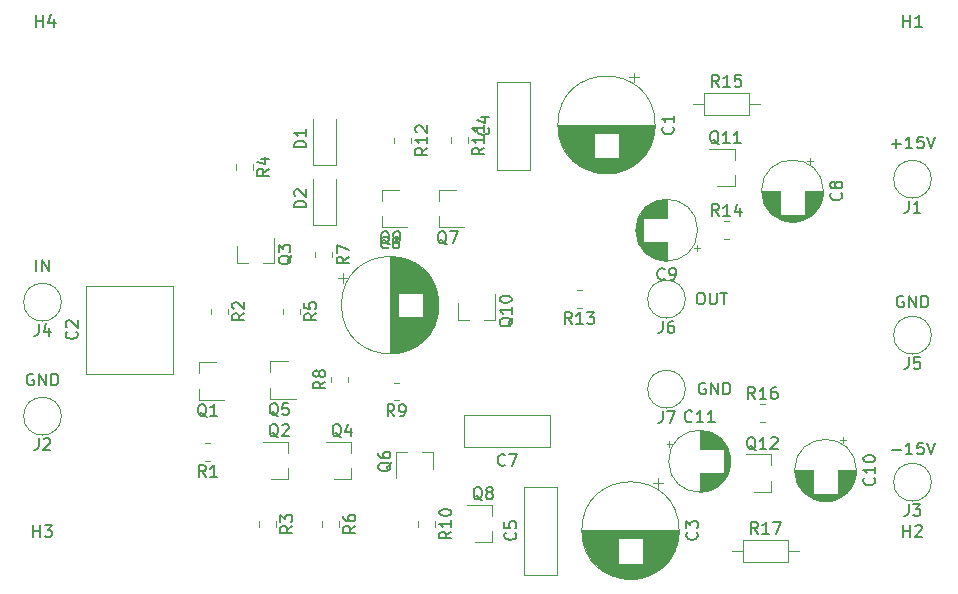
<source format=gbr>
G04 #@! TF.GenerationSoftware,KiCad,Pcbnew,(5.1.7-0-10_14)*
G04 #@! TF.CreationDate,2020-10-09T21:48:50+02:00*
G04 #@! TF.ProjectId,pre-amp-discret-v1,7072652d-616d-4702-9d64-697363726574,rev?*
G04 #@! TF.SameCoordinates,Original*
G04 #@! TF.FileFunction,Legend,Top*
G04 #@! TF.FilePolarity,Positive*
%FSLAX46Y46*%
G04 Gerber Fmt 4.6, Leading zero omitted, Abs format (unit mm)*
G04 Created by KiCad (PCBNEW (5.1.7-0-10_14)) date 2020-10-09 21:48:50*
%MOMM*%
%LPD*%
G01*
G04 APERTURE LIST*
%ADD10C,0.150000*%
%ADD11C,0.120000*%
G04 APERTURE END LIST*
D10*
X182118095Y-126754000D02*
X182022857Y-126706380D01*
X181880000Y-126706380D01*
X181737142Y-126754000D01*
X181641904Y-126849238D01*
X181594285Y-126944476D01*
X181546666Y-127134952D01*
X181546666Y-127277809D01*
X181594285Y-127468285D01*
X181641904Y-127563523D01*
X181737142Y-127658761D01*
X181880000Y-127706380D01*
X181975238Y-127706380D01*
X182118095Y-127658761D01*
X182165714Y-127611142D01*
X182165714Y-127277809D01*
X181975238Y-127277809D01*
X182594285Y-127706380D02*
X182594285Y-126706380D01*
X183165714Y-127706380D01*
X183165714Y-126706380D01*
X183641904Y-127706380D02*
X183641904Y-126706380D01*
X183880000Y-126706380D01*
X184022857Y-126754000D01*
X184118095Y-126849238D01*
X184165714Y-126944476D01*
X184213333Y-127134952D01*
X184213333Y-127277809D01*
X184165714Y-127468285D01*
X184118095Y-127563523D01*
X184022857Y-127658761D01*
X183880000Y-127706380D01*
X183641904Y-127706380D01*
X181626000Y-119086380D02*
X181816476Y-119086380D01*
X181911714Y-119134000D01*
X182006952Y-119229238D01*
X182054571Y-119419714D01*
X182054571Y-119753047D01*
X182006952Y-119943523D01*
X181911714Y-120038761D01*
X181816476Y-120086380D01*
X181626000Y-120086380D01*
X181530761Y-120038761D01*
X181435523Y-119943523D01*
X181387904Y-119753047D01*
X181387904Y-119419714D01*
X181435523Y-119229238D01*
X181530761Y-119134000D01*
X181626000Y-119086380D01*
X182483142Y-119086380D02*
X182483142Y-119895904D01*
X182530761Y-119991142D01*
X182578380Y-120038761D01*
X182673619Y-120086380D01*
X182864095Y-120086380D01*
X182959333Y-120038761D01*
X183006952Y-119991142D01*
X183054571Y-119895904D01*
X183054571Y-119086380D01*
X183387904Y-119086380D02*
X183959333Y-119086380D01*
X183673619Y-120086380D02*
X183673619Y-119086380D01*
X125222095Y-125992000D02*
X125126857Y-125944380D01*
X124984000Y-125944380D01*
X124841142Y-125992000D01*
X124745904Y-126087238D01*
X124698285Y-126182476D01*
X124650666Y-126372952D01*
X124650666Y-126515809D01*
X124698285Y-126706285D01*
X124745904Y-126801523D01*
X124841142Y-126896761D01*
X124984000Y-126944380D01*
X125079238Y-126944380D01*
X125222095Y-126896761D01*
X125269714Y-126849142D01*
X125269714Y-126515809D01*
X125079238Y-126515809D01*
X125698285Y-126944380D02*
X125698285Y-125944380D01*
X126269714Y-126944380D01*
X126269714Y-125944380D01*
X126745904Y-126944380D02*
X126745904Y-125944380D01*
X126984000Y-125944380D01*
X127126857Y-125992000D01*
X127222095Y-126087238D01*
X127269714Y-126182476D01*
X127317333Y-126372952D01*
X127317333Y-126515809D01*
X127269714Y-126706285D01*
X127222095Y-126801523D01*
X127126857Y-126896761D01*
X126984000Y-126944380D01*
X126745904Y-126944380D01*
X125460190Y-117292380D02*
X125460190Y-116292380D01*
X125936380Y-117292380D02*
X125936380Y-116292380D01*
X126507809Y-117292380D01*
X126507809Y-116292380D01*
X198882095Y-119388000D02*
X198786857Y-119340380D01*
X198644000Y-119340380D01*
X198501142Y-119388000D01*
X198405904Y-119483238D01*
X198358285Y-119578476D01*
X198310666Y-119768952D01*
X198310666Y-119911809D01*
X198358285Y-120102285D01*
X198405904Y-120197523D01*
X198501142Y-120292761D01*
X198644000Y-120340380D01*
X198739238Y-120340380D01*
X198882095Y-120292761D01*
X198929714Y-120245142D01*
X198929714Y-119911809D01*
X198739238Y-119911809D01*
X199358285Y-120340380D02*
X199358285Y-119340380D01*
X199929714Y-120340380D01*
X199929714Y-119340380D01*
X200405904Y-120340380D02*
X200405904Y-119340380D01*
X200644000Y-119340380D01*
X200786857Y-119388000D01*
X200882095Y-119483238D01*
X200929714Y-119578476D01*
X200977333Y-119768952D01*
X200977333Y-119911809D01*
X200929714Y-120102285D01*
X200882095Y-120197523D01*
X200786857Y-120292761D01*
X200644000Y-120340380D01*
X200405904Y-120340380D01*
X197882095Y-132405428D02*
X198644000Y-132405428D01*
X199644000Y-132786380D02*
X199072571Y-132786380D01*
X199358285Y-132786380D02*
X199358285Y-131786380D01*
X199263047Y-131929238D01*
X199167809Y-132024476D01*
X199072571Y-132072095D01*
X200548761Y-131786380D02*
X200072571Y-131786380D01*
X200024952Y-132262571D01*
X200072571Y-132214952D01*
X200167809Y-132167333D01*
X200405904Y-132167333D01*
X200501142Y-132214952D01*
X200548761Y-132262571D01*
X200596380Y-132357809D01*
X200596380Y-132595904D01*
X200548761Y-132691142D01*
X200501142Y-132738761D01*
X200405904Y-132786380D01*
X200167809Y-132786380D01*
X200072571Y-132738761D01*
X200024952Y-132691142D01*
X200882095Y-131786380D02*
X201215428Y-132786380D01*
X201548761Y-131786380D01*
X197882095Y-106497428D02*
X198644000Y-106497428D01*
X198263047Y-106878380D02*
X198263047Y-106116476D01*
X199644000Y-106878380D02*
X199072571Y-106878380D01*
X199358285Y-106878380D02*
X199358285Y-105878380D01*
X199263047Y-106021238D01*
X199167809Y-106116476D01*
X199072571Y-106164095D01*
X200548761Y-105878380D02*
X200072571Y-105878380D01*
X200024952Y-106354571D01*
X200072571Y-106306952D01*
X200167809Y-106259333D01*
X200405904Y-106259333D01*
X200501142Y-106306952D01*
X200548761Y-106354571D01*
X200596380Y-106449809D01*
X200596380Y-106687904D01*
X200548761Y-106783142D01*
X200501142Y-106830761D01*
X200405904Y-106878380D01*
X200167809Y-106878380D01*
X200072571Y-106830761D01*
X200024952Y-106783142D01*
X200882095Y-105878380D02*
X201215428Y-106878380D01*
X201548761Y-105878380D01*
D11*
X154704000Y-110368000D02*
X156164000Y-110368000D01*
X154704000Y-113528000D02*
X156864000Y-113528000D01*
X154704000Y-113528000D02*
X154704000Y-112598000D01*
X154704000Y-110368000D02*
X154704000Y-111298000D01*
X140197064Y-133323000D02*
X139742936Y-133323000D01*
X140197064Y-131853000D02*
X139742936Y-131853000D01*
X185278000Y-140050000D02*
X185278000Y-141890000D01*
X185278000Y-141890000D02*
X189118000Y-141890000D01*
X189118000Y-141890000D02*
X189118000Y-140050000D01*
X189118000Y-140050000D02*
X185278000Y-140050000D01*
X184328000Y-140970000D02*
X185278000Y-140970000D01*
X190068000Y-140970000D02*
X189118000Y-140970000D01*
X186732936Y-128551000D02*
X187187064Y-128551000D01*
X186732936Y-130021000D02*
X187187064Y-130021000D01*
X181976000Y-102204000D02*
X181976000Y-104044000D01*
X181976000Y-104044000D02*
X185816000Y-104044000D01*
X185816000Y-104044000D02*
X185816000Y-102204000D01*
X185816000Y-102204000D02*
X181976000Y-102204000D01*
X181026000Y-103124000D02*
X181976000Y-103124000D01*
X186766000Y-103124000D02*
X185816000Y-103124000D01*
X183668936Y-113057000D02*
X184123064Y-113057000D01*
X183668936Y-114527000D02*
X184123064Y-114527000D01*
X171661064Y-120369000D02*
X171206936Y-120369000D01*
X171661064Y-118899000D02*
X171206936Y-118899000D01*
X157199000Y-105960936D02*
X157199000Y-106415064D01*
X155729000Y-105960936D02*
X155729000Y-106415064D01*
X162025000Y-105928936D02*
X162025000Y-106383064D01*
X160555000Y-105928936D02*
X160555000Y-106383064D01*
X159231000Y-138440936D02*
X159231000Y-138895064D01*
X157761000Y-138440936D02*
X157761000Y-138895064D01*
X156167064Y-128179500D02*
X155712936Y-128179500D01*
X156167064Y-126709500D02*
X155712936Y-126709500D01*
X150395000Y-126671564D02*
X150395000Y-126217436D01*
X151865000Y-126671564D02*
X151865000Y-126217436D01*
X150531500Y-115644436D02*
X150531500Y-116098564D01*
X149061500Y-115644436D02*
X149061500Y-116098564D01*
X151103000Y-138440936D02*
X151103000Y-138895064D01*
X149633000Y-138440936D02*
X149633000Y-138895064D01*
X147801000Y-120438936D02*
X147801000Y-120893064D01*
X146331000Y-120438936D02*
X146331000Y-120893064D01*
X143800500Y-108214936D02*
X143800500Y-108669064D01*
X142330500Y-108214936D02*
X142330500Y-108669064D01*
X145769000Y-138440936D02*
X145769000Y-138895064D01*
X144299000Y-138440936D02*
X144299000Y-138895064D01*
X141705000Y-120438936D02*
X141705000Y-120893064D01*
X140235000Y-120438936D02*
X140235000Y-120893064D01*
X187704000Y-135946000D02*
X187704000Y-135016000D01*
X187704000Y-132786000D02*
X187704000Y-133716000D01*
X187704000Y-132786000D02*
X185544000Y-132786000D01*
X187704000Y-135946000D02*
X186244000Y-135946000D01*
X184590000Y-110054000D02*
X184590000Y-109124000D01*
X184590000Y-106894000D02*
X184590000Y-107824000D01*
X184590000Y-106894000D02*
X182430000Y-106894000D01*
X184590000Y-110054000D02*
X183130000Y-110054000D01*
X161168000Y-121394000D02*
X162098000Y-121394000D01*
X164328000Y-121394000D02*
X163398000Y-121394000D01*
X164328000Y-121394000D02*
X164328000Y-119234000D01*
X161168000Y-121394000D02*
X161168000Y-119934000D01*
X164066000Y-140198000D02*
X164066000Y-139268000D01*
X164066000Y-137038000D02*
X164066000Y-137968000D01*
X164066000Y-137038000D02*
X161906000Y-137038000D01*
X164066000Y-140198000D02*
X162606000Y-140198000D01*
X159530000Y-110368000D02*
X159530000Y-111298000D01*
X159530000Y-113528000D02*
X159530000Y-112598000D01*
X159530000Y-113528000D02*
X161690000Y-113528000D01*
X159530000Y-110368000D02*
X160990000Y-110368000D01*
X159060000Y-132590000D02*
X158130000Y-132590000D01*
X155900000Y-132590000D02*
X156830000Y-132590000D01*
X155900000Y-132590000D02*
X155900000Y-134750000D01*
X159060000Y-132590000D02*
X159060000Y-134050000D01*
X145290000Y-124912000D02*
X145290000Y-125842000D01*
X145290000Y-128072000D02*
X145290000Y-127142000D01*
X145290000Y-128072000D02*
X147450000Y-128072000D01*
X145290000Y-124912000D02*
X146750000Y-124912000D01*
X152128000Y-134864000D02*
X152128000Y-133934000D01*
X152128000Y-131704000D02*
X152128000Y-132634000D01*
X152128000Y-131704000D02*
X149968000Y-131704000D01*
X152128000Y-134864000D02*
X150668000Y-134864000D01*
X142438000Y-116600000D02*
X143368000Y-116600000D01*
X145598000Y-116600000D02*
X144668000Y-116600000D01*
X145598000Y-116600000D02*
X145598000Y-114440000D01*
X142438000Y-116600000D02*
X142438000Y-115140000D01*
X146794000Y-134864000D02*
X146794000Y-133934000D01*
X146794000Y-131704000D02*
X146794000Y-132634000D01*
X146794000Y-131704000D02*
X144634000Y-131704000D01*
X146794000Y-134864000D02*
X145334000Y-134864000D01*
X139210000Y-124978000D02*
X139210000Y-125908000D01*
X139210000Y-128138000D02*
X139210000Y-127208000D01*
X139210000Y-128138000D02*
X141370000Y-128138000D01*
X139210000Y-124978000D02*
X140670000Y-124978000D01*
X180416781Y-127254000D02*
G75*
G03*
X180416781Y-127254000I-1600781J0D01*
G01*
X180416781Y-119634000D02*
G75*
G03*
X180416781Y-119634000I-1600781J0D01*
G01*
X201244781Y-122682000D02*
G75*
G03*
X201244781Y-122682000I-1600781J0D01*
G01*
X127584781Y-119888000D02*
G75*
G03*
X127584781Y-119888000I-1600781J0D01*
G01*
X201244781Y-135128000D02*
G75*
G03*
X201244781Y-135128000I-1600781J0D01*
G01*
X127584781Y-129540000D02*
G75*
G03*
X127584781Y-129540000I-1600781J0D01*
G01*
X201244781Y-109474000D02*
G75*
G03*
X201244781Y-109474000I-1600781J0D01*
G01*
X148860000Y-113376000D02*
X150860000Y-113376000D01*
X150860000Y-113376000D02*
X150860000Y-109476000D01*
X148860000Y-113376000D02*
X148860000Y-109476000D01*
X148860000Y-108296000D02*
X150860000Y-108296000D01*
X150860000Y-108296000D02*
X150860000Y-104396000D01*
X148860000Y-108296000D02*
X148860000Y-104396000D01*
X184246000Y-133350000D02*
G75*
G03*
X184246000Y-133350000I-2620000J0D01*
G01*
X181626000Y-134390000D02*
X181626000Y-135930000D01*
X181626000Y-130770000D02*
X181626000Y-132310000D01*
X181666000Y-134390000D02*
X181666000Y-135930000D01*
X181666000Y-130770000D02*
X181666000Y-132310000D01*
X181706000Y-130771000D02*
X181706000Y-132310000D01*
X181706000Y-134390000D02*
X181706000Y-135929000D01*
X181746000Y-130772000D02*
X181746000Y-132310000D01*
X181746000Y-134390000D02*
X181746000Y-135928000D01*
X181786000Y-130774000D02*
X181786000Y-132310000D01*
X181786000Y-134390000D02*
X181786000Y-135926000D01*
X181826000Y-130777000D02*
X181826000Y-132310000D01*
X181826000Y-134390000D02*
X181826000Y-135923000D01*
X181866000Y-130781000D02*
X181866000Y-132310000D01*
X181866000Y-134390000D02*
X181866000Y-135919000D01*
X181906000Y-130785000D02*
X181906000Y-132310000D01*
X181906000Y-134390000D02*
X181906000Y-135915000D01*
X181946000Y-130789000D02*
X181946000Y-132310000D01*
X181946000Y-134390000D02*
X181946000Y-135911000D01*
X181986000Y-130794000D02*
X181986000Y-132310000D01*
X181986000Y-134390000D02*
X181986000Y-135906000D01*
X182026000Y-130800000D02*
X182026000Y-132310000D01*
X182026000Y-134390000D02*
X182026000Y-135900000D01*
X182066000Y-130807000D02*
X182066000Y-132310000D01*
X182066000Y-134390000D02*
X182066000Y-135893000D01*
X182106000Y-130814000D02*
X182106000Y-132310000D01*
X182106000Y-134390000D02*
X182106000Y-135886000D01*
X182146000Y-130822000D02*
X182146000Y-132310000D01*
X182146000Y-134390000D02*
X182146000Y-135878000D01*
X182186000Y-130830000D02*
X182186000Y-132310000D01*
X182186000Y-134390000D02*
X182186000Y-135870000D01*
X182226000Y-130839000D02*
X182226000Y-132310000D01*
X182226000Y-134390000D02*
X182226000Y-135861000D01*
X182266000Y-130849000D02*
X182266000Y-132310000D01*
X182266000Y-134390000D02*
X182266000Y-135851000D01*
X182306000Y-130859000D02*
X182306000Y-132310000D01*
X182306000Y-134390000D02*
X182306000Y-135841000D01*
X182347000Y-130870000D02*
X182347000Y-132310000D01*
X182347000Y-134390000D02*
X182347000Y-135830000D01*
X182387000Y-130882000D02*
X182387000Y-132310000D01*
X182387000Y-134390000D02*
X182387000Y-135818000D01*
X182427000Y-130895000D02*
X182427000Y-132310000D01*
X182427000Y-134390000D02*
X182427000Y-135805000D01*
X182467000Y-130908000D02*
X182467000Y-132310000D01*
X182467000Y-134390000D02*
X182467000Y-135792000D01*
X182507000Y-130922000D02*
X182507000Y-132310000D01*
X182507000Y-134390000D02*
X182507000Y-135778000D01*
X182547000Y-130936000D02*
X182547000Y-132310000D01*
X182547000Y-134390000D02*
X182547000Y-135764000D01*
X182587000Y-130952000D02*
X182587000Y-132310000D01*
X182587000Y-134390000D02*
X182587000Y-135748000D01*
X182627000Y-130968000D02*
X182627000Y-132310000D01*
X182627000Y-134390000D02*
X182627000Y-135732000D01*
X182667000Y-130985000D02*
X182667000Y-132310000D01*
X182667000Y-134390000D02*
X182667000Y-135715000D01*
X182707000Y-131002000D02*
X182707000Y-132310000D01*
X182707000Y-134390000D02*
X182707000Y-135698000D01*
X182747000Y-131021000D02*
X182747000Y-132310000D01*
X182747000Y-134390000D02*
X182747000Y-135679000D01*
X182787000Y-131040000D02*
X182787000Y-132310000D01*
X182787000Y-134390000D02*
X182787000Y-135660000D01*
X182827000Y-131060000D02*
X182827000Y-132310000D01*
X182827000Y-134390000D02*
X182827000Y-135640000D01*
X182867000Y-131082000D02*
X182867000Y-132310000D01*
X182867000Y-134390000D02*
X182867000Y-135618000D01*
X182907000Y-131103000D02*
X182907000Y-132310000D01*
X182907000Y-134390000D02*
X182907000Y-135597000D01*
X182947000Y-131126000D02*
X182947000Y-132310000D01*
X182947000Y-134390000D02*
X182947000Y-135574000D01*
X182987000Y-131150000D02*
X182987000Y-132310000D01*
X182987000Y-134390000D02*
X182987000Y-135550000D01*
X183027000Y-131175000D02*
X183027000Y-132310000D01*
X183027000Y-134390000D02*
X183027000Y-135525000D01*
X183067000Y-131201000D02*
X183067000Y-132310000D01*
X183067000Y-134390000D02*
X183067000Y-135499000D01*
X183107000Y-131228000D02*
X183107000Y-132310000D01*
X183107000Y-134390000D02*
X183107000Y-135472000D01*
X183147000Y-131255000D02*
X183147000Y-132310000D01*
X183147000Y-134390000D02*
X183147000Y-135445000D01*
X183187000Y-131285000D02*
X183187000Y-132310000D01*
X183187000Y-134390000D02*
X183187000Y-135415000D01*
X183227000Y-131315000D02*
X183227000Y-132310000D01*
X183227000Y-134390000D02*
X183227000Y-135385000D01*
X183267000Y-131346000D02*
X183267000Y-132310000D01*
X183267000Y-134390000D02*
X183267000Y-135354000D01*
X183307000Y-131379000D02*
X183307000Y-132310000D01*
X183307000Y-134390000D02*
X183307000Y-135321000D01*
X183347000Y-131413000D02*
X183347000Y-132310000D01*
X183347000Y-134390000D02*
X183347000Y-135287000D01*
X183387000Y-131449000D02*
X183387000Y-132310000D01*
X183387000Y-134390000D02*
X183387000Y-135251000D01*
X183427000Y-131486000D02*
X183427000Y-132310000D01*
X183427000Y-134390000D02*
X183427000Y-135214000D01*
X183467000Y-131524000D02*
X183467000Y-132310000D01*
X183467000Y-134390000D02*
X183467000Y-135176000D01*
X183507000Y-131565000D02*
X183507000Y-132310000D01*
X183507000Y-134390000D02*
X183507000Y-135135000D01*
X183547000Y-131607000D02*
X183547000Y-132310000D01*
X183547000Y-134390000D02*
X183547000Y-135093000D01*
X183587000Y-131651000D02*
X183587000Y-132310000D01*
X183587000Y-134390000D02*
X183587000Y-135049000D01*
X183627000Y-131697000D02*
X183627000Y-132310000D01*
X183627000Y-134390000D02*
X183627000Y-135003000D01*
X183667000Y-131745000D02*
X183667000Y-134955000D01*
X183707000Y-131796000D02*
X183707000Y-134904000D01*
X183747000Y-131850000D02*
X183747000Y-134850000D01*
X183787000Y-131907000D02*
X183787000Y-134793000D01*
X183827000Y-131967000D02*
X183827000Y-134733000D01*
X183867000Y-132031000D02*
X183867000Y-134669000D01*
X183907000Y-132099000D02*
X183907000Y-134601000D01*
X183947000Y-132172000D02*
X183947000Y-134528000D01*
X183987000Y-132252000D02*
X183987000Y-134448000D01*
X184027000Y-132339000D02*
X184027000Y-134361000D01*
X184067000Y-132435000D02*
X184067000Y-134265000D01*
X184107000Y-132545000D02*
X184107000Y-134155000D01*
X184147000Y-132673000D02*
X184147000Y-134027000D01*
X184187000Y-132832000D02*
X184187000Y-133868000D01*
X184227000Y-133066000D02*
X184227000Y-133634000D01*
X178821225Y-131875000D02*
X179321225Y-131875000D01*
X179071225Y-131625000D02*
X179071225Y-132125000D01*
X194898000Y-134128000D02*
G75*
G03*
X194898000Y-134128000I-2620000J0D01*
G01*
X191238000Y-134128000D02*
X189698000Y-134128000D01*
X194858000Y-134128000D02*
X193318000Y-134128000D01*
X191238000Y-134168000D02*
X189698000Y-134168000D01*
X194858000Y-134168000D02*
X193318000Y-134168000D01*
X194857000Y-134208000D02*
X193318000Y-134208000D01*
X191238000Y-134208000D02*
X189699000Y-134208000D01*
X194856000Y-134248000D02*
X193318000Y-134248000D01*
X191238000Y-134248000D02*
X189700000Y-134248000D01*
X194854000Y-134288000D02*
X193318000Y-134288000D01*
X191238000Y-134288000D02*
X189702000Y-134288000D01*
X194851000Y-134328000D02*
X193318000Y-134328000D01*
X191238000Y-134328000D02*
X189705000Y-134328000D01*
X194847000Y-134368000D02*
X193318000Y-134368000D01*
X191238000Y-134368000D02*
X189709000Y-134368000D01*
X194843000Y-134408000D02*
X193318000Y-134408000D01*
X191238000Y-134408000D02*
X189713000Y-134408000D01*
X194839000Y-134448000D02*
X193318000Y-134448000D01*
X191238000Y-134448000D02*
X189717000Y-134448000D01*
X194834000Y-134488000D02*
X193318000Y-134488000D01*
X191238000Y-134488000D02*
X189722000Y-134488000D01*
X194828000Y-134528000D02*
X193318000Y-134528000D01*
X191238000Y-134528000D02*
X189728000Y-134528000D01*
X194821000Y-134568000D02*
X193318000Y-134568000D01*
X191238000Y-134568000D02*
X189735000Y-134568000D01*
X194814000Y-134608000D02*
X193318000Y-134608000D01*
X191238000Y-134608000D02*
X189742000Y-134608000D01*
X194806000Y-134648000D02*
X193318000Y-134648000D01*
X191238000Y-134648000D02*
X189750000Y-134648000D01*
X194798000Y-134688000D02*
X193318000Y-134688000D01*
X191238000Y-134688000D02*
X189758000Y-134688000D01*
X194789000Y-134728000D02*
X193318000Y-134728000D01*
X191238000Y-134728000D02*
X189767000Y-134728000D01*
X194779000Y-134768000D02*
X193318000Y-134768000D01*
X191238000Y-134768000D02*
X189777000Y-134768000D01*
X194769000Y-134808000D02*
X193318000Y-134808000D01*
X191238000Y-134808000D02*
X189787000Y-134808000D01*
X194758000Y-134849000D02*
X193318000Y-134849000D01*
X191238000Y-134849000D02*
X189798000Y-134849000D01*
X194746000Y-134889000D02*
X193318000Y-134889000D01*
X191238000Y-134889000D02*
X189810000Y-134889000D01*
X194733000Y-134929000D02*
X193318000Y-134929000D01*
X191238000Y-134929000D02*
X189823000Y-134929000D01*
X194720000Y-134969000D02*
X193318000Y-134969000D01*
X191238000Y-134969000D02*
X189836000Y-134969000D01*
X194706000Y-135009000D02*
X193318000Y-135009000D01*
X191238000Y-135009000D02*
X189850000Y-135009000D01*
X194692000Y-135049000D02*
X193318000Y-135049000D01*
X191238000Y-135049000D02*
X189864000Y-135049000D01*
X194676000Y-135089000D02*
X193318000Y-135089000D01*
X191238000Y-135089000D02*
X189880000Y-135089000D01*
X194660000Y-135129000D02*
X193318000Y-135129000D01*
X191238000Y-135129000D02*
X189896000Y-135129000D01*
X194643000Y-135169000D02*
X193318000Y-135169000D01*
X191238000Y-135169000D02*
X189913000Y-135169000D01*
X194626000Y-135209000D02*
X193318000Y-135209000D01*
X191238000Y-135209000D02*
X189930000Y-135209000D01*
X194607000Y-135249000D02*
X193318000Y-135249000D01*
X191238000Y-135249000D02*
X189949000Y-135249000D01*
X194588000Y-135289000D02*
X193318000Y-135289000D01*
X191238000Y-135289000D02*
X189968000Y-135289000D01*
X194568000Y-135329000D02*
X193318000Y-135329000D01*
X191238000Y-135329000D02*
X189988000Y-135329000D01*
X194546000Y-135369000D02*
X193318000Y-135369000D01*
X191238000Y-135369000D02*
X190010000Y-135369000D01*
X194525000Y-135409000D02*
X193318000Y-135409000D01*
X191238000Y-135409000D02*
X190031000Y-135409000D01*
X194502000Y-135449000D02*
X193318000Y-135449000D01*
X191238000Y-135449000D02*
X190054000Y-135449000D01*
X194478000Y-135489000D02*
X193318000Y-135489000D01*
X191238000Y-135489000D02*
X190078000Y-135489000D01*
X194453000Y-135529000D02*
X193318000Y-135529000D01*
X191238000Y-135529000D02*
X190103000Y-135529000D01*
X194427000Y-135569000D02*
X193318000Y-135569000D01*
X191238000Y-135569000D02*
X190129000Y-135569000D01*
X194400000Y-135609000D02*
X193318000Y-135609000D01*
X191238000Y-135609000D02*
X190156000Y-135609000D01*
X194373000Y-135649000D02*
X193318000Y-135649000D01*
X191238000Y-135649000D02*
X190183000Y-135649000D01*
X194343000Y-135689000D02*
X193318000Y-135689000D01*
X191238000Y-135689000D02*
X190213000Y-135689000D01*
X194313000Y-135729000D02*
X193318000Y-135729000D01*
X191238000Y-135729000D02*
X190243000Y-135729000D01*
X194282000Y-135769000D02*
X193318000Y-135769000D01*
X191238000Y-135769000D02*
X190274000Y-135769000D01*
X194249000Y-135809000D02*
X193318000Y-135809000D01*
X191238000Y-135809000D02*
X190307000Y-135809000D01*
X194215000Y-135849000D02*
X193318000Y-135849000D01*
X191238000Y-135849000D02*
X190341000Y-135849000D01*
X194179000Y-135889000D02*
X193318000Y-135889000D01*
X191238000Y-135889000D02*
X190377000Y-135889000D01*
X194142000Y-135929000D02*
X193318000Y-135929000D01*
X191238000Y-135929000D02*
X190414000Y-135929000D01*
X194104000Y-135969000D02*
X193318000Y-135969000D01*
X191238000Y-135969000D02*
X190452000Y-135969000D01*
X194063000Y-136009000D02*
X193318000Y-136009000D01*
X191238000Y-136009000D02*
X190493000Y-136009000D01*
X194021000Y-136049000D02*
X193318000Y-136049000D01*
X191238000Y-136049000D02*
X190535000Y-136049000D01*
X193977000Y-136089000D02*
X193318000Y-136089000D01*
X191238000Y-136089000D02*
X190579000Y-136089000D01*
X193931000Y-136129000D02*
X193318000Y-136129000D01*
X191238000Y-136129000D02*
X190625000Y-136129000D01*
X193883000Y-136169000D02*
X190673000Y-136169000D01*
X193832000Y-136209000D02*
X190724000Y-136209000D01*
X193778000Y-136249000D02*
X190778000Y-136249000D01*
X193721000Y-136289000D02*
X190835000Y-136289000D01*
X193661000Y-136329000D02*
X190895000Y-136329000D01*
X193597000Y-136369000D02*
X190959000Y-136369000D01*
X193529000Y-136409000D02*
X191027000Y-136409000D01*
X193456000Y-136449000D02*
X191100000Y-136449000D01*
X193376000Y-136489000D02*
X191180000Y-136489000D01*
X193289000Y-136529000D02*
X191267000Y-136529000D01*
X193193000Y-136569000D02*
X191363000Y-136569000D01*
X193083000Y-136609000D02*
X191473000Y-136609000D01*
X192955000Y-136649000D02*
X191601000Y-136649000D01*
X192796000Y-136689000D02*
X191760000Y-136689000D01*
X192562000Y-136729000D02*
X191994000Y-136729000D01*
X193753000Y-131323225D02*
X193753000Y-131823225D01*
X194003000Y-131573225D02*
X193503000Y-131573225D01*
X181452000Y-113792000D02*
G75*
G03*
X181452000Y-113792000I-2620000J0D01*
G01*
X178832000Y-112752000D02*
X178832000Y-111212000D01*
X178832000Y-116372000D02*
X178832000Y-114832000D01*
X178792000Y-112752000D02*
X178792000Y-111212000D01*
X178792000Y-116372000D02*
X178792000Y-114832000D01*
X178752000Y-116371000D02*
X178752000Y-114832000D01*
X178752000Y-112752000D02*
X178752000Y-111213000D01*
X178712000Y-116370000D02*
X178712000Y-114832000D01*
X178712000Y-112752000D02*
X178712000Y-111214000D01*
X178672000Y-116368000D02*
X178672000Y-114832000D01*
X178672000Y-112752000D02*
X178672000Y-111216000D01*
X178632000Y-116365000D02*
X178632000Y-114832000D01*
X178632000Y-112752000D02*
X178632000Y-111219000D01*
X178592000Y-116361000D02*
X178592000Y-114832000D01*
X178592000Y-112752000D02*
X178592000Y-111223000D01*
X178552000Y-116357000D02*
X178552000Y-114832000D01*
X178552000Y-112752000D02*
X178552000Y-111227000D01*
X178512000Y-116353000D02*
X178512000Y-114832000D01*
X178512000Y-112752000D02*
X178512000Y-111231000D01*
X178472000Y-116348000D02*
X178472000Y-114832000D01*
X178472000Y-112752000D02*
X178472000Y-111236000D01*
X178432000Y-116342000D02*
X178432000Y-114832000D01*
X178432000Y-112752000D02*
X178432000Y-111242000D01*
X178392000Y-116335000D02*
X178392000Y-114832000D01*
X178392000Y-112752000D02*
X178392000Y-111249000D01*
X178352000Y-116328000D02*
X178352000Y-114832000D01*
X178352000Y-112752000D02*
X178352000Y-111256000D01*
X178312000Y-116320000D02*
X178312000Y-114832000D01*
X178312000Y-112752000D02*
X178312000Y-111264000D01*
X178272000Y-116312000D02*
X178272000Y-114832000D01*
X178272000Y-112752000D02*
X178272000Y-111272000D01*
X178232000Y-116303000D02*
X178232000Y-114832000D01*
X178232000Y-112752000D02*
X178232000Y-111281000D01*
X178192000Y-116293000D02*
X178192000Y-114832000D01*
X178192000Y-112752000D02*
X178192000Y-111291000D01*
X178152000Y-116283000D02*
X178152000Y-114832000D01*
X178152000Y-112752000D02*
X178152000Y-111301000D01*
X178111000Y-116272000D02*
X178111000Y-114832000D01*
X178111000Y-112752000D02*
X178111000Y-111312000D01*
X178071000Y-116260000D02*
X178071000Y-114832000D01*
X178071000Y-112752000D02*
X178071000Y-111324000D01*
X178031000Y-116247000D02*
X178031000Y-114832000D01*
X178031000Y-112752000D02*
X178031000Y-111337000D01*
X177991000Y-116234000D02*
X177991000Y-114832000D01*
X177991000Y-112752000D02*
X177991000Y-111350000D01*
X177951000Y-116220000D02*
X177951000Y-114832000D01*
X177951000Y-112752000D02*
X177951000Y-111364000D01*
X177911000Y-116206000D02*
X177911000Y-114832000D01*
X177911000Y-112752000D02*
X177911000Y-111378000D01*
X177871000Y-116190000D02*
X177871000Y-114832000D01*
X177871000Y-112752000D02*
X177871000Y-111394000D01*
X177831000Y-116174000D02*
X177831000Y-114832000D01*
X177831000Y-112752000D02*
X177831000Y-111410000D01*
X177791000Y-116157000D02*
X177791000Y-114832000D01*
X177791000Y-112752000D02*
X177791000Y-111427000D01*
X177751000Y-116140000D02*
X177751000Y-114832000D01*
X177751000Y-112752000D02*
X177751000Y-111444000D01*
X177711000Y-116121000D02*
X177711000Y-114832000D01*
X177711000Y-112752000D02*
X177711000Y-111463000D01*
X177671000Y-116102000D02*
X177671000Y-114832000D01*
X177671000Y-112752000D02*
X177671000Y-111482000D01*
X177631000Y-116082000D02*
X177631000Y-114832000D01*
X177631000Y-112752000D02*
X177631000Y-111502000D01*
X177591000Y-116060000D02*
X177591000Y-114832000D01*
X177591000Y-112752000D02*
X177591000Y-111524000D01*
X177551000Y-116039000D02*
X177551000Y-114832000D01*
X177551000Y-112752000D02*
X177551000Y-111545000D01*
X177511000Y-116016000D02*
X177511000Y-114832000D01*
X177511000Y-112752000D02*
X177511000Y-111568000D01*
X177471000Y-115992000D02*
X177471000Y-114832000D01*
X177471000Y-112752000D02*
X177471000Y-111592000D01*
X177431000Y-115967000D02*
X177431000Y-114832000D01*
X177431000Y-112752000D02*
X177431000Y-111617000D01*
X177391000Y-115941000D02*
X177391000Y-114832000D01*
X177391000Y-112752000D02*
X177391000Y-111643000D01*
X177351000Y-115914000D02*
X177351000Y-114832000D01*
X177351000Y-112752000D02*
X177351000Y-111670000D01*
X177311000Y-115887000D02*
X177311000Y-114832000D01*
X177311000Y-112752000D02*
X177311000Y-111697000D01*
X177271000Y-115857000D02*
X177271000Y-114832000D01*
X177271000Y-112752000D02*
X177271000Y-111727000D01*
X177231000Y-115827000D02*
X177231000Y-114832000D01*
X177231000Y-112752000D02*
X177231000Y-111757000D01*
X177191000Y-115796000D02*
X177191000Y-114832000D01*
X177191000Y-112752000D02*
X177191000Y-111788000D01*
X177151000Y-115763000D02*
X177151000Y-114832000D01*
X177151000Y-112752000D02*
X177151000Y-111821000D01*
X177111000Y-115729000D02*
X177111000Y-114832000D01*
X177111000Y-112752000D02*
X177111000Y-111855000D01*
X177071000Y-115693000D02*
X177071000Y-114832000D01*
X177071000Y-112752000D02*
X177071000Y-111891000D01*
X177031000Y-115656000D02*
X177031000Y-114832000D01*
X177031000Y-112752000D02*
X177031000Y-111928000D01*
X176991000Y-115618000D02*
X176991000Y-114832000D01*
X176991000Y-112752000D02*
X176991000Y-111966000D01*
X176951000Y-115577000D02*
X176951000Y-114832000D01*
X176951000Y-112752000D02*
X176951000Y-112007000D01*
X176911000Y-115535000D02*
X176911000Y-114832000D01*
X176911000Y-112752000D02*
X176911000Y-112049000D01*
X176871000Y-115491000D02*
X176871000Y-114832000D01*
X176871000Y-112752000D02*
X176871000Y-112093000D01*
X176831000Y-115445000D02*
X176831000Y-114832000D01*
X176831000Y-112752000D02*
X176831000Y-112139000D01*
X176791000Y-115397000D02*
X176791000Y-112187000D01*
X176751000Y-115346000D02*
X176751000Y-112238000D01*
X176711000Y-115292000D02*
X176711000Y-112292000D01*
X176671000Y-115235000D02*
X176671000Y-112349000D01*
X176631000Y-115175000D02*
X176631000Y-112409000D01*
X176591000Y-115111000D02*
X176591000Y-112473000D01*
X176551000Y-115043000D02*
X176551000Y-112541000D01*
X176511000Y-114970000D02*
X176511000Y-112614000D01*
X176471000Y-114890000D02*
X176471000Y-112694000D01*
X176431000Y-114803000D02*
X176431000Y-112781000D01*
X176391000Y-114707000D02*
X176391000Y-112877000D01*
X176351000Y-114597000D02*
X176351000Y-112987000D01*
X176311000Y-114469000D02*
X176311000Y-113115000D01*
X176271000Y-114310000D02*
X176271000Y-113274000D01*
X176231000Y-114076000D02*
X176231000Y-113508000D01*
X181636775Y-115267000D02*
X181136775Y-115267000D01*
X181386775Y-115517000D02*
X181386775Y-115017000D01*
X192104000Y-110474000D02*
G75*
G03*
X192104000Y-110474000I-2620000J0D01*
G01*
X188444000Y-110474000D02*
X186904000Y-110474000D01*
X192064000Y-110474000D02*
X190524000Y-110474000D01*
X188444000Y-110514000D02*
X186904000Y-110514000D01*
X192064000Y-110514000D02*
X190524000Y-110514000D01*
X192063000Y-110554000D02*
X190524000Y-110554000D01*
X188444000Y-110554000D02*
X186905000Y-110554000D01*
X192062000Y-110594000D02*
X190524000Y-110594000D01*
X188444000Y-110594000D02*
X186906000Y-110594000D01*
X192060000Y-110634000D02*
X190524000Y-110634000D01*
X188444000Y-110634000D02*
X186908000Y-110634000D01*
X192057000Y-110674000D02*
X190524000Y-110674000D01*
X188444000Y-110674000D02*
X186911000Y-110674000D01*
X192053000Y-110714000D02*
X190524000Y-110714000D01*
X188444000Y-110714000D02*
X186915000Y-110714000D01*
X192049000Y-110754000D02*
X190524000Y-110754000D01*
X188444000Y-110754000D02*
X186919000Y-110754000D01*
X192045000Y-110794000D02*
X190524000Y-110794000D01*
X188444000Y-110794000D02*
X186923000Y-110794000D01*
X192040000Y-110834000D02*
X190524000Y-110834000D01*
X188444000Y-110834000D02*
X186928000Y-110834000D01*
X192034000Y-110874000D02*
X190524000Y-110874000D01*
X188444000Y-110874000D02*
X186934000Y-110874000D01*
X192027000Y-110914000D02*
X190524000Y-110914000D01*
X188444000Y-110914000D02*
X186941000Y-110914000D01*
X192020000Y-110954000D02*
X190524000Y-110954000D01*
X188444000Y-110954000D02*
X186948000Y-110954000D01*
X192012000Y-110994000D02*
X190524000Y-110994000D01*
X188444000Y-110994000D02*
X186956000Y-110994000D01*
X192004000Y-111034000D02*
X190524000Y-111034000D01*
X188444000Y-111034000D02*
X186964000Y-111034000D01*
X191995000Y-111074000D02*
X190524000Y-111074000D01*
X188444000Y-111074000D02*
X186973000Y-111074000D01*
X191985000Y-111114000D02*
X190524000Y-111114000D01*
X188444000Y-111114000D02*
X186983000Y-111114000D01*
X191975000Y-111154000D02*
X190524000Y-111154000D01*
X188444000Y-111154000D02*
X186993000Y-111154000D01*
X191964000Y-111195000D02*
X190524000Y-111195000D01*
X188444000Y-111195000D02*
X187004000Y-111195000D01*
X191952000Y-111235000D02*
X190524000Y-111235000D01*
X188444000Y-111235000D02*
X187016000Y-111235000D01*
X191939000Y-111275000D02*
X190524000Y-111275000D01*
X188444000Y-111275000D02*
X187029000Y-111275000D01*
X191926000Y-111315000D02*
X190524000Y-111315000D01*
X188444000Y-111315000D02*
X187042000Y-111315000D01*
X191912000Y-111355000D02*
X190524000Y-111355000D01*
X188444000Y-111355000D02*
X187056000Y-111355000D01*
X191898000Y-111395000D02*
X190524000Y-111395000D01*
X188444000Y-111395000D02*
X187070000Y-111395000D01*
X191882000Y-111435000D02*
X190524000Y-111435000D01*
X188444000Y-111435000D02*
X187086000Y-111435000D01*
X191866000Y-111475000D02*
X190524000Y-111475000D01*
X188444000Y-111475000D02*
X187102000Y-111475000D01*
X191849000Y-111515000D02*
X190524000Y-111515000D01*
X188444000Y-111515000D02*
X187119000Y-111515000D01*
X191832000Y-111555000D02*
X190524000Y-111555000D01*
X188444000Y-111555000D02*
X187136000Y-111555000D01*
X191813000Y-111595000D02*
X190524000Y-111595000D01*
X188444000Y-111595000D02*
X187155000Y-111595000D01*
X191794000Y-111635000D02*
X190524000Y-111635000D01*
X188444000Y-111635000D02*
X187174000Y-111635000D01*
X191774000Y-111675000D02*
X190524000Y-111675000D01*
X188444000Y-111675000D02*
X187194000Y-111675000D01*
X191752000Y-111715000D02*
X190524000Y-111715000D01*
X188444000Y-111715000D02*
X187216000Y-111715000D01*
X191731000Y-111755000D02*
X190524000Y-111755000D01*
X188444000Y-111755000D02*
X187237000Y-111755000D01*
X191708000Y-111795000D02*
X190524000Y-111795000D01*
X188444000Y-111795000D02*
X187260000Y-111795000D01*
X191684000Y-111835000D02*
X190524000Y-111835000D01*
X188444000Y-111835000D02*
X187284000Y-111835000D01*
X191659000Y-111875000D02*
X190524000Y-111875000D01*
X188444000Y-111875000D02*
X187309000Y-111875000D01*
X191633000Y-111915000D02*
X190524000Y-111915000D01*
X188444000Y-111915000D02*
X187335000Y-111915000D01*
X191606000Y-111955000D02*
X190524000Y-111955000D01*
X188444000Y-111955000D02*
X187362000Y-111955000D01*
X191579000Y-111995000D02*
X190524000Y-111995000D01*
X188444000Y-111995000D02*
X187389000Y-111995000D01*
X191549000Y-112035000D02*
X190524000Y-112035000D01*
X188444000Y-112035000D02*
X187419000Y-112035000D01*
X191519000Y-112075000D02*
X190524000Y-112075000D01*
X188444000Y-112075000D02*
X187449000Y-112075000D01*
X191488000Y-112115000D02*
X190524000Y-112115000D01*
X188444000Y-112115000D02*
X187480000Y-112115000D01*
X191455000Y-112155000D02*
X190524000Y-112155000D01*
X188444000Y-112155000D02*
X187513000Y-112155000D01*
X191421000Y-112195000D02*
X190524000Y-112195000D01*
X188444000Y-112195000D02*
X187547000Y-112195000D01*
X191385000Y-112235000D02*
X190524000Y-112235000D01*
X188444000Y-112235000D02*
X187583000Y-112235000D01*
X191348000Y-112275000D02*
X190524000Y-112275000D01*
X188444000Y-112275000D02*
X187620000Y-112275000D01*
X191310000Y-112315000D02*
X190524000Y-112315000D01*
X188444000Y-112315000D02*
X187658000Y-112315000D01*
X191269000Y-112355000D02*
X190524000Y-112355000D01*
X188444000Y-112355000D02*
X187699000Y-112355000D01*
X191227000Y-112395000D02*
X190524000Y-112395000D01*
X188444000Y-112395000D02*
X187741000Y-112395000D01*
X191183000Y-112435000D02*
X190524000Y-112435000D01*
X188444000Y-112435000D02*
X187785000Y-112435000D01*
X191137000Y-112475000D02*
X190524000Y-112475000D01*
X188444000Y-112475000D02*
X187831000Y-112475000D01*
X191089000Y-112515000D02*
X187879000Y-112515000D01*
X191038000Y-112555000D02*
X187930000Y-112555000D01*
X190984000Y-112595000D02*
X187984000Y-112595000D01*
X190927000Y-112635000D02*
X188041000Y-112635000D01*
X190867000Y-112675000D02*
X188101000Y-112675000D01*
X190803000Y-112715000D02*
X188165000Y-112715000D01*
X190735000Y-112755000D02*
X188233000Y-112755000D01*
X190662000Y-112795000D02*
X188306000Y-112795000D01*
X190582000Y-112835000D02*
X188386000Y-112835000D01*
X190495000Y-112875000D02*
X188473000Y-112875000D01*
X190399000Y-112915000D02*
X188569000Y-112915000D01*
X190289000Y-112955000D02*
X188679000Y-112955000D01*
X190161000Y-112995000D02*
X188807000Y-112995000D01*
X190002000Y-113035000D02*
X188966000Y-113035000D01*
X189768000Y-113075000D02*
X189200000Y-113075000D01*
X190959000Y-107669225D02*
X190959000Y-108169225D01*
X191209000Y-107919225D02*
X190709000Y-107919225D01*
X168934000Y-132180000D02*
X161694000Y-132180000D01*
X168934000Y-129440000D02*
X161694000Y-129440000D01*
X168934000Y-132180000D02*
X168934000Y-129440000D01*
X161694000Y-132180000D02*
X161694000Y-129440000D01*
X159540000Y-120142000D02*
G75*
G03*
X159540000Y-120142000I-4120000J0D01*
G01*
X155420000Y-116062000D02*
X155420000Y-124222000D01*
X155460000Y-116062000D02*
X155460000Y-124222000D01*
X155500000Y-116062000D02*
X155500000Y-124222000D01*
X155540000Y-116063000D02*
X155540000Y-124221000D01*
X155580000Y-116065000D02*
X155580000Y-124219000D01*
X155620000Y-116066000D02*
X155620000Y-124218000D01*
X155660000Y-116068000D02*
X155660000Y-124216000D01*
X155700000Y-116071000D02*
X155700000Y-124213000D01*
X155740000Y-116074000D02*
X155740000Y-124210000D01*
X155780000Y-116077000D02*
X155780000Y-124207000D01*
X155820000Y-116081000D02*
X155820000Y-124203000D01*
X155860000Y-116085000D02*
X155860000Y-124199000D01*
X155900000Y-116090000D02*
X155900000Y-124194000D01*
X155940000Y-116094000D02*
X155940000Y-124190000D01*
X155980000Y-116100000D02*
X155980000Y-124184000D01*
X156020000Y-116105000D02*
X156020000Y-124179000D01*
X156060000Y-116112000D02*
X156060000Y-124172000D01*
X156100000Y-116118000D02*
X156100000Y-124166000D01*
X156141000Y-116125000D02*
X156141000Y-119102000D01*
X156141000Y-121182000D02*
X156141000Y-124159000D01*
X156181000Y-116132000D02*
X156181000Y-119102000D01*
X156181000Y-121182000D02*
X156181000Y-124152000D01*
X156221000Y-116140000D02*
X156221000Y-119102000D01*
X156221000Y-121182000D02*
X156221000Y-124144000D01*
X156261000Y-116148000D02*
X156261000Y-119102000D01*
X156261000Y-121182000D02*
X156261000Y-124136000D01*
X156301000Y-116157000D02*
X156301000Y-119102000D01*
X156301000Y-121182000D02*
X156301000Y-124127000D01*
X156341000Y-116166000D02*
X156341000Y-119102000D01*
X156341000Y-121182000D02*
X156341000Y-124118000D01*
X156381000Y-116175000D02*
X156381000Y-119102000D01*
X156381000Y-121182000D02*
X156381000Y-124109000D01*
X156421000Y-116185000D02*
X156421000Y-119102000D01*
X156421000Y-121182000D02*
X156421000Y-124099000D01*
X156461000Y-116195000D02*
X156461000Y-119102000D01*
X156461000Y-121182000D02*
X156461000Y-124089000D01*
X156501000Y-116206000D02*
X156501000Y-119102000D01*
X156501000Y-121182000D02*
X156501000Y-124078000D01*
X156541000Y-116217000D02*
X156541000Y-119102000D01*
X156541000Y-121182000D02*
X156541000Y-124067000D01*
X156581000Y-116228000D02*
X156581000Y-119102000D01*
X156581000Y-121182000D02*
X156581000Y-124056000D01*
X156621000Y-116240000D02*
X156621000Y-119102000D01*
X156621000Y-121182000D02*
X156621000Y-124044000D01*
X156661000Y-116253000D02*
X156661000Y-119102000D01*
X156661000Y-121182000D02*
X156661000Y-124031000D01*
X156701000Y-116265000D02*
X156701000Y-119102000D01*
X156701000Y-121182000D02*
X156701000Y-124019000D01*
X156741000Y-116279000D02*
X156741000Y-119102000D01*
X156741000Y-121182000D02*
X156741000Y-124005000D01*
X156781000Y-116292000D02*
X156781000Y-119102000D01*
X156781000Y-121182000D02*
X156781000Y-123992000D01*
X156821000Y-116307000D02*
X156821000Y-119102000D01*
X156821000Y-121182000D02*
X156821000Y-123977000D01*
X156861000Y-116321000D02*
X156861000Y-119102000D01*
X156861000Y-121182000D02*
X156861000Y-123963000D01*
X156901000Y-116337000D02*
X156901000Y-119102000D01*
X156901000Y-121182000D02*
X156901000Y-123947000D01*
X156941000Y-116352000D02*
X156941000Y-119102000D01*
X156941000Y-121182000D02*
X156941000Y-123932000D01*
X156981000Y-116368000D02*
X156981000Y-119102000D01*
X156981000Y-121182000D02*
X156981000Y-123916000D01*
X157021000Y-116385000D02*
X157021000Y-119102000D01*
X157021000Y-121182000D02*
X157021000Y-123899000D01*
X157061000Y-116402000D02*
X157061000Y-119102000D01*
X157061000Y-121182000D02*
X157061000Y-123882000D01*
X157101000Y-116420000D02*
X157101000Y-119102000D01*
X157101000Y-121182000D02*
X157101000Y-123864000D01*
X157141000Y-116438000D02*
X157141000Y-119102000D01*
X157141000Y-121182000D02*
X157141000Y-123846000D01*
X157181000Y-116456000D02*
X157181000Y-119102000D01*
X157181000Y-121182000D02*
X157181000Y-123828000D01*
X157221000Y-116476000D02*
X157221000Y-119102000D01*
X157221000Y-121182000D02*
X157221000Y-123808000D01*
X157261000Y-116495000D02*
X157261000Y-119102000D01*
X157261000Y-121182000D02*
X157261000Y-123789000D01*
X157301000Y-116515000D02*
X157301000Y-119102000D01*
X157301000Y-121182000D02*
X157301000Y-123769000D01*
X157341000Y-116536000D02*
X157341000Y-119102000D01*
X157341000Y-121182000D02*
X157341000Y-123748000D01*
X157381000Y-116558000D02*
X157381000Y-119102000D01*
X157381000Y-121182000D02*
X157381000Y-123726000D01*
X157421000Y-116580000D02*
X157421000Y-119102000D01*
X157421000Y-121182000D02*
X157421000Y-123704000D01*
X157461000Y-116602000D02*
X157461000Y-119102000D01*
X157461000Y-121182000D02*
X157461000Y-123682000D01*
X157501000Y-116625000D02*
X157501000Y-119102000D01*
X157501000Y-121182000D02*
X157501000Y-123659000D01*
X157541000Y-116649000D02*
X157541000Y-119102000D01*
X157541000Y-121182000D02*
X157541000Y-123635000D01*
X157581000Y-116673000D02*
X157581000Y-119102000D01*
X157581000Y-121182000D02*
X157581000Y-123611000D01*
X157621000Y-116698000D02*
X157621000Y-119102000D01*
X157621000Y-121182000D02*
X157621000Y-123586000D01*
X157661000Y-116724000D02*
X157661000Y-119102000D01*
X157661000Y-121182000D02*
X157661000Y-123560000D01*
X157701000Y-116750000D02*
X157701000Y-119102000D01*
X157701000Y-121182000D02*
X157701000Y-123534000D01*
X157741000Y-116777000D02*
X157741000Y-119102000D01*
X157741000Y-121182000D02*
X157741000Y-123507000D01*
X157781000Y-116804000D02*
X157781000Y-119102000D01*
X157781000Y-121182000D02*
X157781000Y-123480000D01*
X157821000Y-116833000D02*
X157821000Y-119102000D01*
X157821000Y-121182000D02*
X157821000Y-123451000D01*
X157861000Y-116862000D02*
X157861000Y-119102000D01*
X157861000Y-121182000D02*
X157861000Y-123422000D01*
X157901000Y-116892000D02*
X157901000Y-119102000D01*
X157901000Y-121182000D02*
X157901000Y-123392000D01*
X157941000Y-116922000D02*
X157941000Y-119102000D01*
X157941000Y-121182000D02*
X157941000Y-123362000D01*
X157981000Y-116953000D02*
X157981000Y-119102000D01*
X157981000Y-121182000D02*
X157981000Y-123331000D01*
X158021000Y-116986000D02*
X158021000Y-119102000D01*
X158021000Y-121182000D02*
X158021000Y-123298000D01*
X158061000Y-117018000D02*
X158061000Y-119102000D01*
X158061000Y-121182000D02*
X158061000Y-123266000D01*
X158101000Y-117052000D02*
X158101000Y-119102000D01*
X158101000Y-121182000D02*
X158101000Y-123232000D01*
X158141000Y-117087000D02*
X158141000Y-119102000D01*
X158141000Y-121182000D02*
X158141000Y-123197000D01*
X158181000Y-117123000D02*
X158181000Y-119102000D01*
X158181000Y-121182000D02*
X158181000Y-123161000D01*
X158221000Y-117159000D02*
X158221000Y-123125000D01*
X158261000Y-117197000D02*
X158261000Y-123087000D01*
X158301000Y-117235000D02*
X158301000Y-123049000D01*
X158341000Y-117275000D02*
X158341000Y-123009000D01*
X158381000Y-117316000D02*
X158381000Y-122968000D01*
X158421000Y-117358000D02*
X158421000Y-122926000D01*
X158461000Y-117401000D02*
X158461000Y-122883000D01*
X158501000Y-117445000D02*
X158501000Y-122839000D01*
X158541000Y-117491000D02*
X158541000Y-122793000D01*
X158581000Y-117538000D02*
X158581000Y-122746000D01*
X158621000Y-117586000D02*
X158621000Y-122698000D01*
X158661000Y-117637000D02*
X158661000Y-122647000D01*
X158701000Y-117688000D02*
X158701000Y-122596000D01*
X158741000Y-117742000D02*
X158741000Y-122542000D01*
X158781000Y-117797000D02*
X158781000Y-122487000D01*
X158821000Y-117855000D02*
X158821000Y-122429000D01*
X158861000Y-117914000D02*
X158861000Y-122370000D01*
X158901000Y-117976000D02*
X158901000Y-122308000D01*
X158941000Y-118040000D02*
X158941000Y-122244000D01*
X158981000Y-118108000D02*
X158981000Y-122176000D01*
X159021000Y-118178000D02*
X159021000Y-122106000D01*
X159061000Y-118252000D02*
X159061000Y-122032000D01*
X159101000Y-118329000D02*
X159101000Y-121955000D01*
X159141000Y-118411000D02*
X159141000Y-121873000D01*
X159181000Y-118497000D02*
X159181000Y-121787000D01*
X159221000Y-118590000D02*
X159221000Y-121694000D01*
X159261000Y-118689000D02*
X159261000Y-121595000D01*
X159301000Y-118796000D02*
X159301000Y-121488000D01*
X159341000Y-118913000D02*
X159341000Y-121371000D01*
X159381000Y-119044000D02*
X159381000Y-121240000D01*
X159421000Y-119194000D02*
X159421000Y-121090000D01*
X159461000Y-119374000D02*
X159461000Y-120910000D01*
X159501000Y-119609000D02*
X159501000Y-120675000D01*
X151010302Y-117827000D02*
X151810302Y-117827000D01*
X151410302Y-117427000D02*
X151410302Y-118227000D01*
X166778000Y-142952000D02*
X166778000Y-135512000D01*
X169518000Y-142952000D02*
X169518000Y-135512000D01*
X166778000Y-142952000D02*
X169518000Y-142952000D01*
X166778000Y-135512000D02*
X169518000Y-135512000D01*
X164492000Y-108662000D02*
X164492000Y-101222000D01*
X167232000Y-108662000D02*
X167232000Y-101222000D01*
X164492000Y-108662000D02*
X167232000Y-108662000D01*
X164492000Y-101222000D02*
X167232000Y-101222000D01*
X179888000Y-139220000D02*
G75*
G03*
X179888000Y-139220000I-4120000J0D01*
G01*
X179848000Y-139220000D02*
X171688000Y-139220000D01*
X179848000Y-139260000D02*
X171688000Y-139260000D01*
X179848000Y-139300000D02*
X171688000Y-139300000D01*
X179847000Y-139340000D02*
X171689000Y-139340000D01*
X179845000Y-139380000D02*
X171691000Y-139380000D01*
X179844000Y-139420000D02*
X171692000Y-139420000D01*
X179842000Y-139460000D02*
X171694000Y-139460000D01*
X179839000Y-139500000D02*
X171697000Y-139500000D01*
X179836000Y-139540000D02*
X171700000Y-139540000D01*
X179833000Y-139580000D02*
X171703000Y-139580000D01*
X179829000Y-139620000D02*
X171707000Y-139620000D01*
X179825000Y-139660000D02*
X171711000Y-139660000D01*
X179820000Y-139700000D02*
X171716000Y-139700000D01*
X179816000Y-139740000D02*
X171720000Y-139740000D01*
X179810000Y-139780000D02*
X171726000Y-139780000D01*
X179805000Y-139820000D02*
X171731000Y-139820000D01*
X179798000Y-139860000D02*
X171738000Y-139860000D01*
X179792000Y-139900000D02*
X171744000Y-139900000D01*
X179785000Y-139941000D02*
X176808000Y-139941000D01*
X174728000Y-139941000D02*
X171751000Y-139941000D01*
X179778000Y-139981000D02*
X176808000Y-139981000D01*
X174728000Y-139981000D02*
X171758000Y-139981000D01*
X179770000Y-140021000D02*
X176808000Y-140021000D01*
X174728000Y-140021000D02*
X171766000Y-140021000D01*
X179762000Y-140061000D02*
X176808000Y-140061000D01*
X174728000Y-140061000D02*
X171774000Y-140061000D01*
X179753000Y-140101000D02*
X176808000Y-140101000D01*
X174728000Y-140101000D02*
X171783000Y-140101000D01*
X179744000Y-140141000D02*
X176808000Y-140141000D01*
X174728000Y-140141000D02*
X171792000Y-140141000D01*
X179735000Y-140181000D02*
X176808000Y-140181000D01*
X174728000Y-140181000D02*
X171801000Y-140181000D01*
X179725000Y-140221000D02*
X176808000Y-140221000D01*
X174728000Y-140221000D02*
X171811000Y-140221000D01*
X179715000Y-140261000D02*
X176808000Y-140261000D01*
X174728000Y-140261000D02*
X171821000Y-140261000D01*
X179704000Y-140301000D02*
X176808000Y-140301000D01*
X174728000Y-140301000D02*
X171832000Y-140301000D01*
X179693000Y-140341000D02*
X176808000Y-140341000D01*
X174728000Y-140341000D02*
X171843000Y-140341000D01*
X179682000Y-140381000D02*
X176808000Y-140381000D01*
X174728000Y-140381000D02*
X171854000Y-140381000D01*
X179670000Y-140421000D02*
X176808000Y-140421000D01*
X174728000Y-140421000D02*
X171866000Y-140421000D01*
X179657000Y-140461000D02*
X176808000Y-140461000D01*
X174728000Y-140461000D02*
X171879000Y-140461000D01*
X179645000Y-140501000D02*
X176808000Y-140501000D01*
X174728000Y-140501000D02*
X171891000Y-140501000D01*
X179631000Y-140541000D02*
X176808000Y-140541000D01*
X174728000Y-140541000D02*
X171905000Y-140541000D01*
X179618000Y-140581000D02*
X176808000Y-140581000D01*
X174728000Y-140581000D02*
X171918000Y-140581000D01*
X179603000Y-140621000D02*
X176808000Y-140621000D01*
X174728000Y-140621000D02*
X171933000Y-140621000D01*
X179589000Y-140661000D02*
X176808000Y-140661000D01*
X174728000Y-140661000D02*
X171947000Y-140661000D01*
X179573000Y-140701000D02*
X176808000Y-140701000D01*
X174728000Y-140701000D02*
X171963000Y-140701000D01*
X179558000Y-140741000D02*
X176808000Y-140741000D01*
X174728000Y-140741000D02*
X171978000Y-140741000D01*
X179542000Y-140781000D02*
X176808000Y-140781000D01*
X174728000Y-140781000D02*
X171994000Y-140781000D01*
X179525000Y-140821000D02*
X176808000Y-140821000D01*
X174728000Y-140821000D02*
X172011000Y-140821000D01*
X179508000Y-140861000D02*
X176808000Y-140861000D01*
X174728000Y-140861000D02*
X172028000Y-140861000D01*
X179490000Y-140901000D02*
X176808000Y-140901000D01*
X174728000Y-140901000D02*
X172046000Y-140901000D01*
X179472000Y-140941000D02*
X176808000Y-140941000D01*
X174728000Y-140941000D02*
X172064000Y-140941000D01*
X179454000Y-140981000D02*
X176808000Y-140981000D01*
X174728000Y-140981000D02*
X172082000Y-140981000D01*
X179434000Y-141021000D02*
X176808000Y-141021000D01*
X174728000Y-141021000D02*
X172102000Y-141021000D01*
X179415000Y-141061000D02*
X176808000Y-141061000D01*
X174728000Y-141061000D02*
X172121000Y-141061000D01*
X179395000Y-141101000D02*
X176808000Y-141101000D01*
X174728000Y-141101000D02*
X172141000Y-141101000D01*
X179374000Y-141141000D02*
X176808000Y-141141000D01*
X174728000Y-141141000D02*
X172162000Y-141141000D01*
X179352000Y-141181000D02*
X176808000Y-141181000D01*
X174728000Y-141181000D02*
X172184000Y-141181000D01*
X179330000Y-141221000D02*
X176808000Y-141221000D01*
X174728000Y-141221000D02*
X172206000Y-141221000D01*
X179308000Y-141261000D02*
X176808000Y-141261000D01*
X174728000Y-141261000D02*
X172228000Y-141261000D01*
X179285000Y-141301000D02*
X176808000Y-141301000D01*
X174728000Y-141301000D02*
X172251000Y-141301000D01*
X179261000Y-141341000D02*
X176808000Y-141341000D01*
X174728000Y-141341000D02*
X172275000Y-141341000D01*
X179237000Y-141381000D02*
X176808000Y-141381000D01*
X174728000Y-141381000D02*
X172299000Y-141381000D01*
X179212000Y-141421000D02*
X176808000Y-141421000D01*
X174728000Y-141421000D02*
X172324000Y-141421000D01*
X179186000Y-141461000D02*
X176808000Y-141461000D01*
X174728000Y-141461000D02*
X172350000Y-141461000D01*
X179160000Y-141501000D02*
X176808000Y-141501000D01*
X174728000Y-141501000D02*
X172376000Y-141501000D01*
X179133000Y-141541000D02*
X176808000Y-141541000D01*
X174728000Y-141541000D02*
X172403000Y-141541000D01*
X179106000Y-141581000D02*
X176808000Y-141581000D01*
X174728000Y-141581000D02*
X172430000Y-141581000D01*
X179077000Y-141621000D02*
X176808000Y-141621000D01*
X174728000Y-141621000D02*
X172459000Y-141621000D01*
X179048000Y-141661000D02*
X176808000Y-141661000D01*
X174728000Y-141661000D02*
X172488000Y-141661000D01*
X179018000Y-141701000D02*
X176808000Y-141701000D01*
X174728000Y-141701000D02*
X172518000Y-141701000D01*
X178988000Y-141741000D02*
X176808000Y-141741000D01*
X174728000Y-141741000D02*
X172548000Y-141741000D01*
X178957000Y-141781000D02*
X176808000Y-141781000D01*
X174728000Y-141781000D02*
X172579000Y-141781000D01*
X178924000Y-141821000D02*
X176808000Y-141821000D01*
X174728000Y-141821000D02*
X172612000Y-141821000D01*
X178892000Y-141861000D02*
X176808000Y-141861000D01*
X174728000Y-141861000D02*
X172644000Y-141861000D01*
X178858000Y-141901000D02*
X176808000Y-141901000D01*
X174728000Y-141901000D02*
X172678000Y-141901000D01*
X178823000Y-141941000D02*
X176808000Y-141941000D01*
X174728000Y-141941000D02*
X172713000Y-141941000D01*
X178787000Y-141981000D02*
X176808000Y-141981000D01*
X174728000Y-141981000D02*
X172749000Y-141981000D01*
X178751000Y-142021000D02*
X172785000Y-142021000D01*
X178713000Y-142061000D02*
X172823000Y-142061000D01*
X178675000Y-142101000D02*
X172861000Y-142101000D01*
X178635000Y-142141000D02*
X172901000Y-142141000D01*
X178594000Y-142181000D02*
X172942000Y-142181000D01*
X178552000Y-142221000D02*
X172984000Y-142221000D01*
X178509000Y-142261000D02*
X173027000Y-142261000D01*
X178465000Y-142301000D02*
X173071000Y-142301000D01*
X178419000Y-142341000D02*
X173117000Y-142341000D01*
X178372000Y-142381000D02*
X173164000Y-142381000D01*
X178324000Y-142421000D02*
X173212000Y-142421000D01*
X178273000Y-142461000D02*
X173263000Y-142461000D01*
X178222000Y-142501000D02*
X173314000Y-142501000D01*
X178168000Y-142541000D02*
X173368000Y-142541000D01*
X178113000Y-142581000D02*
X173423000Y-142581000D01*
X178055000Y-142621000D02*
X173481000Y-142621000D01*
X177996000Y-142661000D02*
X173540000Y-142661000D01*
X177934000Y-142701000D02*
X173602000Y-142701000D01*
X177870000Y-142741000D02*
X173666000Y-142741000D01*
X177802000Y-142781000D02*
X173734000Y-142781000D01*
X177732000Y-142821000D02*
X173804000Y-142821000D01*
X177658000Y-142861000D02*
X173878000Y-142861000D01*
X177581000Y-142901000D02*
X173955000Y-142901000D01*
X177499000Y-142941000D02*
X174037000Y-142941000D01*
X177413000Y-142981000D02*
X174123000Y-142981000D01*
X177320000Y-143021000D02*
X174216000Y-143021000D01*
X177221000Y-143061000D02*
X174315000Y-143061000D01*
X177114000Y-143101000D02*
X174422000Y-143101000D01*
X176997000Y-143141000D02*
X174539000Y-143141000D01*
X176866000Y-143181000D02*
X174670000Y-143181000D01*
X176716000Y-143221000D02*
X174820000Y-143221000D01*
X176536000Y-143261000D02*
X175000000Y-143261000D01*
X176301000Y-143301000D02*
X175235000Y-143301000D01*
X178083000Y-134810302D02*
X178083000Y-135610302D01*
X178483000Y-135210302D02*
X177683000Y-135210302D01*
X129630000Y-125934000D02*
X129630000Y-118494000D01*
X137070000Y-125934000D02*
X137070000Y-118494000D01*
X129630000Y-125934000D02*
X137070000Y-125934000D01*
X129630000Y-118494000D02*
X137070000Y-118494000D01*
X177856000Y-104874000D02*
G75*
G03*
X177856000Y-104874000I-4120000J0D01*
G01*
X177816000Y-104874000D02*
X169656000Y-104874000D01*
X177816000Y-104914000D02*
X169656000Y-104914000D01*
X177816000Y-104954000D02*
X169656000Y-104954000D01*
X177815000Y-104994000D02*
X169657000Y-104994000D01*
X177813000Y-105034000D02*
X169659000Y-105034000D01*
X177812000Y-105074000D02*
X169660000Y-105074000D01*
X177810000Y-105114000D02*
X169662000Y-105114000D01*
X177807000Y-105154000D02*
X169665000Y-105154000D01*
X177804000Y-105194000D02*
X169668000Y-105194000D01*
X177801000Y-105234000D02*
X169671000Y-105234000D01*
X177797000Y-105274000D02*
X169675000Y-105274000D01*
X177793000Y-105314000D02*
X169679000Y-105314000D01*
X177788000Y-105354000D02*
X169684000Y-105354000D01*
X177784000Y-105394000D02*
X169688000Y-105394000D01*
X177778000Y-105434000D02*
X169694000Y-105434000D01*
X177773000Y-105474000D02*
X169699000Y-105474000D01*
X177766000Y-105514000D02*
X169706000Y-105514000D01*
X177760000Y-105554000D02*
X169712000Y-105554000D01*
X177753000Y-105595000D02*
X174776000Y-105595000D01*
X172696000Y-105595000D02*
X169719000Y-105595000D01*
X177746000Y-105635000D02*
X174776000Y-105635000D01*
X172696000Y-105635000D02*
X169726000Y-105635000D01*
X177738000Y-105675000D02*
X174776000Y-105675000D01*
X172696000Y-105675000D02*
X169734000Y-105675000D01*
X177730000Y-105715000D02*
X174776000Y-105715000D01*
X172696000Y-105715000D02*
X169742000Y-105715000D01*
X177721000Y-105755000D02*
X174776000Y-105755000D01*
X172696000Y-105755000D02*
X169751000Y-105755000D01*
X177712000Y-105795000D02*
X174776000Y-105795000D01*
X172696000Y-105795000D02*
X169760000Y-105795000D01*
X177703000Y-105835000D02*
X174776000Y-105835000D01*
X172696000Y-105835000D02*
X169769000Y-105835000D01*
X177693000Y-105875000D02*
X174776000Y-105875000D01*
X172696000Y-105875000D02*
X169779000Y-105875000D01*
X177683000Y-105915000D02*
X174776000Y-105915000D01*
X172696000Y-105915000D02*
X169789000Y-105915000D01*
X177672000Y-105955000D02*
X174776000Y-105955000D01*
X172696000Y-105955000D02*
X169800000Y-105955000D01*
X177661000Y-105995000D02*
X174776000Y-105995000D01*
X172696000Y-105995000D02*
X169811000Y-105995000D01*
X177650000Y-106035000D02*
X174776000Y-106035000D01*
X172696000Y-106035000D02*
X169822000Y-106035000D01*
X177638000Y-106075000D02*
X174776000Y-106075000D01*
X172696000Y-106075000D02*
X169834000Y-106075000D01*
X177625000Y-106115000D02*
X174776000Y-106115000D01*
X172696000Y-106115000D02*
X169847000Y-106115000D01*
X177613000Y-106155000D02*
X174776000Y-106155000D01*
X172696000Y-106155000D02*
X169859000Y-106155000D01*
X177599000Y-106195000D02*
X174776000Y-106195000D01*
X172696000Y-106195000D02*
X169873000Y-106195000D01*
X177586000Y-106235000D02*
X174776000Y-106235000D01*
X172696000Y-106235000D02*
X169886000Y-106235000D01*
X177571000Y-106275000D02*
X174776000Y-106275000D01*
X172696000Y-106275000D02*
X169901000Y-106275000D01*
X177557000Y-106315000D02*
X174776000Y-106315000D01*
X172696000Y-106315000D02*
X169915000Y-106315000D01*
X177541000Y-106355000D02*
X174776000Y-106355000D01*
X172696000Y-106355000D02*
X169931000Y-106355000D01*
X177526000Y-106395000D02*
X174776000Y-106395000D01*
X172696000Y-106395000D02*
X169946000Y-106395000D01*
X177510000Y-106435000D02*
X174776000Y-106435000D01*
X172696000Y-106435000D02*
X169962000Y-106435000D01*
X177493000Y-106475000D02*
X174776000Y-106475000D01*
X172696000Y-106475000D02*
X169979000Y-106475000D01*
X177476000Y-106515000D02*
X174776000Y-106515000D01*
X172696000Y-106515000D02*
X169996000Y-106515000D01*
X177458000Y-106555000D02*
X174776000Y-106555000D01*
X172696000Y-106555000D02*
X170014000Y-106555000D01*
X177440000Y-106595000D02*
X174776000Y-106595000D01*
X172696000Y-106595000D02*
X170032000Y-106595000D01*
X177422000Y-106635000D02*
X174776000Y-106635000D01*
X172696000Y-106635000D02*
X170050000Y-106635000D01*
X177402000Y-106675000D02*
X174776000Y-106675000D01*
X172696000Y-106675000D02*
X170070000Y-106675000D01*
X177383000Y-106715000D02*
X174776000Y-106715000D01*
X172696000Y-106715000D02*
X170089000Y-106715000D01*
X177363000Y-106755000D02*
X174776000Y-106755000D01*
X172696000Y-106755000D02*
X170109000Y-106755000D01*
X177342000Y-106795000D02*
X174776000Y-106795000D01*
X172696000Y-106795000D02*
X170130000Y-106795000D01*
X177320000Y-106835000D02*
X174776000Y-106835000D01*
X172696000Y-106835000D02*
X170152000Y-106835000D01*
X177298000Y-106875000D02*
X174776000Y-106875000D01*
X172696000Y-106875000D02*
X170174000Y-106875000D01*
X177276000Y-106915000D02*
X174776000Y-106915000D01*
X172696000Y-106915000D02*
X170196000Y-106915000D01*
X177253000Y-106955000D02*
X174776000Y-106955000D01*
X172696000Y-106955000D02*
X170219000Y-106955000D01*
X177229000Y-106995000D02*
X174776000Y-106995000D01*
X172696000Y-106995000D02*
X170243000Y-106995000D01*
X177205000Y-107035000D02*
X174776000Y-107035000D01*
X172696000Y-107035000D02*
X170267000Y-107035000D01*
X177180000Y-107075000D02*
X174776000Y-107075000D01*
X172696000Y-107075000D02*
X170292000Y-107075000D01*
X177154000Y-107115000D02*
X174776000Y-107115000D01*
X172696000Y-107115000D02*
X170318000Y-107115000D01*
X177128000Y-107155000D02*
X174776000Y-107155000D01*
X172696000Y-107155000D02*
X170344000Y-107155000D01*
X177101000Y-107195000D02*
X174776000Y-107195000D01*
X172696000Y-107195000D02*
X170371000Y-107195000D01*
X177074000Y-107235000D02*
X174776000Y-107235000D01*
X172696000Y-107235000D02*
X170398000Y-107235000D01*
X177045000Y-107275000D02*
X174776000Y-107275000D01*
X172696000Y-107275000D02*
X170427000Y-107275000D01*
X177016000Y-107315000D02*
X174776000Y-107315000D01*
X172696000Y-107315000D02*
X170456000Y-107315000D01*
X176986000Y-107355000D02*
X174776000Y-107355000D01*
X172696000Y-107355000D02*
X170486000Y-107355000D01*
X176956000Y-107395000D02*
X174776000Y-107395000D01*
X172696000Y-107395000D02*
X170516000Y-107395000D01*
X176925000Y-107435000D02*
X174776000Y-107435000D01*
X172696000Y-107435000D02*
X170547000Y-107435000D01*
X176892000Y-107475000D02*
X174776000Y-107475000D01*
X172696000Y-107475000D02*
X170580000Y-107475000D01*
X176860000Y-107515000D02*
X174776000Y-107515000D01*
X172696000Y-107515000D02*
X170612000Y-107515000D01*
X176826000Y-107555000D02*
X174776000Y-107555000D01*
X172696000Y-107555000D02*
X170646000Y-107555000D01*
X176791000Y-107595000D02*
X174776000Y-107595000D01*
X172696000Y-107595000D02*
X170681000Y-107595000D01*
X176755000Y-107635000D02*
X174776000Y-107635000D01*
X172696000Y-107635000D02*
X170717000Y-107635000D01*
X176719000Y-107675000D02*
X170753000Y-107675000D01*
X176681000Y-107715000D02*
X170791000Y-107715000D01*
X176643000Y-107755000D02*
X170829000Y-107755000D01*
X176603000Y-107795000D02*
X170869000Y-107795000D01*
X176562000Y-107835000D02*
X170910000Y-107835000D01*
X176520000Y-107875000D02*
X170952000Y-107875000D01*
X176477000Y-107915000D02*
X170995000Y-107915000D01*
X176433000Y-107955000D02*
X171039000Y-107955000D01*
X176387000Y-107995000D02*
X171085000Y-107995000D01*
X176340000Y-108035000D02*
X171132000Y-108035000D01*
X176292000Y-108075000D02*
X171180000Y-108075000D01*
X176241000Y-108115000D02*
X171231000Y-108115000D01*
X176190000Y-108155000D02*
X171282000Y-108155000D01*
X176136000Y-108195000D02*
X171336000Y-108195000D01*
X176081000Y-108235000D02*
X171391000Y-108235000D01*
X176023000Y-108275000D02*
X171449000Y-108275000D01*
X175964000Y-108315000D02*
X171508000Y-108315000D01*
X175902000Y-108355000D02*
X171570000Y-108355000D01*
X175838000Y-108395000D02*
X171634000Y-108395000D01*
X175770000Y-108435000D02*
X171702000Y-108435000D01*
X175700000Y-108475000D02*
X171772000Y-108475000D01*
X175626000Y-108515000D02*
X171846000Y-108515000D01*
X175549000Y-108555000D02*
X171923000Y-108555000D01*
X175467000Y-108595000D02*
X172005000Y-108595000D01*
X175381000Y-108635000D02*
X172091000Y-108635000D01*
X175288000Y-108675000D02*
X172184000Y-108675000D01*
X175189000Y-108715000D02*
X172283000Y-108715000D01*
X175082000Y-108755000D02*
X172390000Y-108755000D01*
X174965000Y-108795000D02*
X172507000Y-108795000D01*
X174834000Y-108835000D02*
X172638000Y-108835000D01*
X174684000Y-108875000D02*
X172788000Y-108875000D01*
X174504000Y-108915000D02*
X172968000Y-108915000D01*
X174269000Y-108955000D02*
X173203000Y-108955000D01*
X176051000Y-100464302D02*
X176051000Y-101264302D01*
X176451000Y-100864302D02*
X175651000Y-100864302D01*
D10*
X155368761Y-114995619D02*
X155273523Y-114948000D01*
X155178285Y-114852761D01*
X155035428Y-114709904D01*
X154940190Y-114662285D01*
X154844952Y-114662285D01*
X154892571Y-114900380D02*
X154797333Y-114852761D01*
X154702095Y-114757523D01*
X154654476Y-114567047D01*
X154654476Y-114233714D01*
X154702095Y-114043238D01*
X154797333Y-113948000D01*
X154892571Y-113900380D01*
X155083047Y-113900380D01*
X155178285Y-113948000D01*
X155273523Y-114043238D01*
X155321142Y-114233714D01*
X155321142Y-114567047D01*
X155273523Y-114757523D01*
X155178285Y-114852761D01*
X155083047Y-114900380D01*
X154892571Y-114900380D01*
X155797333Y-114900380D02*
X155987809Y-114900380D01*
X156083047Y-114852761D01*
X156130666Y-114805142D01*
X156225904Y-114662285D01*
X156273523Y-114471809D01*
X156273523Y-114090857D01*
X156225904Y-113995619D01*
X156178285Y-113948000D01*
X156083047Y-113900380D01*
X155892571Y-113900380D01*
X155797333Y-113948000D01*
X155749714Y-113995619D01*
X155702095Y-114090857D01*
X155702095Y-114328952D01*
X155749714Y-114424190D01*
X155797333Y-114471809D01*
X155892571Y-114519428D01*
X156083047Y-114519428D01*
X156178285Y-114471809D01*
X156225904Y-114424190D01*
X156273523Y-114328952D01*
X139803333Y-134690380D02*
X139470000Y-134214190D01*
X139231904Y-134690380D02*
X139231904Y-133690380D01*
X139612857Y-133690380D01*
X139708095Y-133738000D01*
X139755714Y-133785619D01*
X139803333Y-133880857D01*
X139803333Y-134023714D01*
X139755714Y-134118952D01*
X139708095Y-134166571D01*
X139612857Y-134214190D01*
X139231904Y-134214190D01*
X140755714Y-134690380D02*
X140184285Y-134690380D01*
X140470000Y-134690380D02*
X140470000Y-133690380D01*
X140374761Y-133833238D01*
X140279523Y-133928476D01*
X140184285Y-133976095D01*
X186555142Y-139502380D02*
X186221809Y-139026190D01*
X185983714Y-139502380D02*
X185983714Y-138502380D01*
X186364666Y-138502380D01*
X186459904Y-138550000D01*
X186507523Y-138597619D01*
X186555142Y-138692857D01*
X186555142Y-138835714D01*
X186507523Y-138930952D01*
X186459904Y-138978571D01*
X186364666Y-139026190D01*
X185983714Y-139026190D01*
X187507523Y-139502380D02*
X186936095Y-139502380D01*
X187221809Y-139502380D02*
X187221809Y-138502380D01*
X187126571Y-138645238D01*
X187031333Y-138740476D01*
X186936095Y-138788095D01*
X187840857Y-138502380D02*
X188507523Y-138502380D01*
X188078952Y-139502380D01*
X186317142Y-128088380D02*
X185983809Y-127612190D01*
X185745714Y-128088380D02*
X185745714Y-127088380D01*
X186126666Y-127088380D01*
X186221904Y-127136000D01*
X186269523Y-127183619D01*
X186317142Y-127278857D01*
X186317142Y-127421714D01*
X186269523Y-127516952D01*
X186221904Y-127564571D01*
X186126666Y-127612190D01*
X185745714Y-127612190D01*
X187269523Y-128088380D02*
X186698095Y-128088380D01*
X186983809Y-128088380D02*
X186983809Y-127088380D01*
X186888571Y-127231238D01*
X186793333Y-127326476D01*
X186698095Y-127374095D01*
X188126666Y-127088380D02*
X187936190Y-127088380D01*
X187840952Y-127136000D01*
X187793333Y-127183619D01*
X187698095Y-127326476D01*
X187650476Y-127516952D01*
X187650476Y-127897904D01*
X187698095Y-127993142D01*
X187745714Y-128040761D01*
X187840952Y-128088380D01*
X188031428Y-128088380D01*
X188126666Y-128040761D01*
X188174285Y-127993142D01*
X188221904Y-127897904D01*
X188221904Y-127659809D01*
X188174285Y-127564571D01*
X188126666Y-127516952D01*
X188031428Y-127469333D01*
X187840952Y-127469333D01*
X187745714Y-127516952D01*
X187698095Y-127564571D01*
X187650476Y-127659809D01*
X183253142Y-101656380D02*
X182919809Y-101180190D01*
X182681714Y-101656380D02*
X182681714Y-100656380D01*
X183062666Y-100656380D01*
X183157904Y-100704000D01*
X183205523Y-100751619D01*
X183253142Y-100846857D01*
X183253142Y-100989714D01*
X183205523Y-101084952D01*
X183157904Y-101132571D01*
X183062666Y-101180190D01*
X182681714Y-101180190D01*
X184205523Y-101656380D02*
X183634095Y-101656380D01*
X183919809Y-101656380D02*
X183919809Y-100656380D01*
X183824571Y-100799238D01*
X183729333Y-100894476D01*
X183634095Y-100942095D01*
X185110285Y-100656380D02*
X184634095Y-100656380D01*
X184586476Y-101132571D01*
X184634095Y-101084952D01*
X184729333Y-101037333D01*
X184967428Y-101037333D01*
X185062666Y-101084952D01*
X185110285Y-101132571D01*
X185157904Y-101227809D01*
X185157904Y-101465904D01*
X185110285Y-101561142D01*
X185062666Y-101608761D01*
X184967428Y-101656380D01*
X184729333Y-101656380D01*
X184634095Y-101608761D01*
X184586476Y-101561142D01*
X183253142Y-112594380D02*
X182919809Y-112118190D01*
X182681714Y-112594380D02*
X182681714Y-111594380D01*
X183062666Y-111594380D01*
X183157904Y-111642000D01*
X183205523Y-111689619D01*
X183253142Y-111784857D01*
X183253142Y-111927714D01*
X183205523Y-112022952D01*
X183157904Y-112070571D01*
X183062666Y-112118190D01*
X182681714Y-112118190D01*
X184205523Y-112594380D02*
X183634095Y-112594380D01*
X183919809Y-112594380D02*
X183919809Y-111594380D01*
X183824571Y-111737238D01*
X183729333Y-111832476D01*
X183634095Y-111880095D01*
X185062666Y-111927714D02*
X185062666Y-112594380D01*
X184824571Y-111546761D02*
X184586476Y-112261047D01*
X185205523Y-112261047D01*
X170791142Y-121736380D02*
X170457809Y-121260190D01*
X170219714Y-121736380D02*
X170219714Y-120736380D01*
X170600666Y-120736380D01*
X170695904Y-120784000D01*
X170743523Y-120831619D01*
X170791142Y-120926857D01*
X170791142Y-121069714D01*
X170743523Y-121164952D01*
X170695904Y-121212571D01*
X170600666Y-121260190D01*
X170219714Y-121260190D01*
X171743523Y-121736380D02*
X171172095Y-121736380D01*
X171457809Y-121736380D02*
X171457809Y-120736380D01*
X171362571Y-120879238D01*
X171267333Y-120974476D01*
X171172095Y-121022095D01*
X172076857Y-120736380D02*
X172695904Y-120736380D01*
X172362571Y-121117333D01*
X172505428Y-121117333D01*
X172600666Y-121164952D01*
X172648285Y-121212571D01*
X172695904Y-121307809D01*
X172695904Y-121545904D01*
X172648285Y-121641142D01*
X172600666Y-121688761D01*
X172505428Y-121736380D01*
X172219714Y-121736380D01*
X172124476Y-121688761D01*
X172076857Y-121641142D01*
X158566380Y-106830857D02*
X158090190Y-107164190D01*
X158566380Y-107402285D02*
X157566380Y-107402285D01*
X157566380Y-107021333D01*
X157614000Y-106926095D01*
X157661619Y-106878476D01*
X157756857Y-106830857D01*
X157899714Y-106830857D01*
X157994952Y-106878476D01*
X158042571Y-106926095D01*
X158090190Y-107021333D01*
X158090190Y-107402285D01*
X158566380Y-105878476D02*
X158566380Y-106449904D01*
X158566380Y-106164190D02*
X157566380Y-106164190D01*
X157709238Y-106259428D01*
X157804476Y-106354666D01*
X157852095Y-106449904D01*
X157661619Y-105497523D02*
X157614000Y-105449904D01*
X157566380Y-105354666D01*
X157566380Y-105116571D01*
X157614000Y-105021333D01*
X157661619Y-104973714D01*
X157756857Y-104926095D01*
X157852095Y-104926095D01*
X157994952Y-104973714D01*
X158566380Y-105545142D01*
X158566380Y-104926095D01*
X163392380Y-106798857D02*
X162916190Y-107132190D01*
X163392380Y-107370285D02*
X162392380Y-107370285D01*
X162392380Y-106989333D01*
X162440000Y-106894095D01*
X162487619Y-106846476D01*
X162582857Y-106798857D01*
X162725714Y-106798857D01*
X162820952Y-106846476D01*
X162868571Y-106894095D01*
X162916190Y-106989333D01*
X162916190Y-107370285D01*
X163392380Y-105846476D02*
X163392380Y-106417904D01*
X163392380Y-106132190D02*
X162392380Y-106132190D01*
X162535238Y-106227428D01*
X162630476Y-106322666D01*
X162678095Y-106417904D01*
X163392380Y-104894095D02*
X163392380Y-105465523D01*
X163392380Y-105179809D02*
X162392380Y-105179809D01*
X162535238Y-105275047D01*
X162630476Y-105370285D01*
X162678095Y-105465523D01*
X160598380Y-139310857D02*
X160122190Y-139644190D01*
X160598380Y-139882285D02*
X159598380Y-139882285D01*
X159598380Y-139501333D01*
X159646000Y-139406095D01*
X159693619Y-139358476D01*
X159788857Y-139310857D01*
X159931714Y-139310857D01*
X160026952Y-139358476D01*
X160074571Y-139406095D01*
X160122190Y-139501333D01*
X160122190Y-139882285D01*
X160598380Y-138358476D02*
X160598380Y-138929904D01*
X160598380Y-138644190D02*
X159598380Y-138644190D01*
X159741238Y-138739428D01*
X159836476Y-138834666D01*
X159884095Y-138929904D01*
X159598380Y-137739428D02*
X159598380Y-137644190D01*
X159646000Y-137548952D01*
X159693619Y-137501333D01*
X159788857Y-137453714D01*
X159979333Y-137406095D01*
X160217428Y-137406095D01*
X160407904Y-137453714D01*
X160503142Y-137501333D01*
X160550761Y-137548952D01*
X160598380Y-137644190D01*
X160598380Y-137739428D01*
X160550761Y-137834666D01*
X160503142Y-137882285D01*
X160407904Y-137929904D01*
X160217428Y-137977523D01*
X159979333Y-137977523D01*
X159788857Y-137929904D01*
X159693619Y-137882285D01*
X159646000Y-137834666D01*
X159598380Y-137739428D01*
X155773333Y-129546880D02*
X155440000Y-129070690D01*
X155201904Y-129546880D02*
X155201904Y-128546880D01*
X155582857Y-128546880D01*
X155678095Y-128594500D01*
X155725714Y-128642119D01*
X155773333Y-128737357D01*
X155773333Y-128880214D01*
X155725714Y-128975452D01*
X155678095Y-129023071D01*
X155582857Y-129070690D01*
X155201904Y-129070690D01*
X156249523Y-129546880D02*
X156440000Y-129546880D01*
X156535238Y-129499261D01*
X156582857Y-129451642D01*
X156678095Y-129308785D01*
X156725714Y-129118309D01*
X156725714Y-128737357D01*
X156678095Y-128642119D01*
X156630476Y-128594500D01*
X156535238Y-128546880D01*
X156344761Y-128546880D01*
X156249523Y-128594500D01*
X156201904Y-128642119D01*
X156154285Y-128737357D01*
X156154285Y-128975452D01*
X156201904Y-129070690D01*
X156249523Y-129118309D01*
X156344761Y-129165928D01*
X156535238Y-129165928D01*
X156630476Y-129118309D01*
X156678095Y-129070690D01*
X156725714Y-128975452D01*
X149932380Y-126611166D02*
X149456190Y-126944500D01*
X149932380Y-127182595D02*
X148932380Y-127182595D01*
X148932380Y-126801642D01*
X148980000Y-126706404D01*
X149027619Y-126658785D01*
X149122857Y-126611166D01*
X149265714Y-126611166D01*
X149360952Y-126658785D01*
X149408571Y-126706404D01*
X149456190Y-126801642D01*
X149456190Y-127182595D01*
X149360952Y-126039738D02*
X149313333Y-126134976D01*
X149265714Y-126182595D01*
X149170476Y-126230214D01*
X149122857Y-126230214D01*
X149027619Y-126182595D01*
X148980000Y-126134976D01*
X148932380Y-126039738D01*
X148932380Y-125849261D01*
X148980000Y-125754023D01*
X149027619Y-125706404D01*
X149122857Y-125658785D01*
X149170476Y-125658785D01*
X149265714Y-125706404D01*
X149313333Y-125754023D01*
X149360952Y-125849261D01*
X149360952Y-126039738D01*
X149408571Y-126134976D01*
X149456190Y-126182595D01*
X149551428Y-126230214D01*
X149741904Y-126230214D01*
X149837142Y-126182595D01*
X149884761Y-126134976D01*
X149932380Y-126039738D01*
X149932380Y-125849261D01*
X149884761Y-125754023D01*
X149837142Y-125706404D01*
X149741904Y-125658785D01*
X149551428Y-125658785D01*
X149456190Y-125706404D01*
X149408571Y-125754023D01*
X149360952Y-125849261D01*
X151898880Y-116038166D02*
X151422690Y-116371500D01*
X151898880Y-116609595D02*
X150898880Y-116609595D01*
X150898880Y-116228642D01*
X150946500Y-116133404D01*
X150994119Y-116085785D01*
X151089357Y-116038166D01*
X151232214Y-116038166D01*
X151327452Y-116085785D01*
X151375071Y-116133404D01*
X151422690Y-116228642D01*
X151422690Y-116609595D01*
X150898880Y-115704833D02*
X150898880Y-115038166D01*
X151898880Y-115466738D01*
X152470380Y-138834666D02*
X151994190Y-139168000D01*
X152470380Y-139406095D02*
X151470380Y-139406095D01*
X151470380Y-139025142D01*
X151518000Y-138929904D01*
X151565619Y-138882285D01*
X151660857Y-138834666D01*
X151803714Y-138834666D01*
X151898952Y-138882285D01*
X151946571Y-138929904D01*
X151994190Y-139025142D01*
X151994190Y-139406095D01*
X151470380Y-137977523D02*
X151470380Y-138168000D01*
X151518000Y-138263238D01*
X151565619Y-138310857D01*
X151708476Y-138406095D01*
X151898952Y-138453714D01*
X152279904Y-138453714D01*
X152375142Y-138406095D01*
X152422761Y-138358476D01*
X152470380Y-138263238D01*
X152470380Y-138072761D01*
X152422761Y-137977523D01*
X152375142Y-137929904D01*
X152279904Y-137882285D01*
X152041809Y-137882285D01*
X151946571Y-137929904D01*
X151898952Y-137977523D01*
X151851333Y-138072761D01*
X151851333Y-138263238D01*
X151898952Y-138358476D01*
X151946571Y-138406095D01*
X152041809Y-138453714D01*
X149168380Y-120832666D02*
X148692190Y-121166000D01*
X149168380Y-121404095D02*
X148168380Y-121404095D01*
X148168380Y-121023142D01*
X148216000Y-120927904D01*
X148263619Y-120880285D01*
X148358857Y-120832666D01*
X148501714Y-120832666D01*
X148596952Y-120880285D01*
X148644571Y-120927904D01*
X148692190Y-121023142D01*
X148692190Y-121404095D01*
X148168380Y-119927904D02*
X148168380Y-120404095D01*
X148644571Y-120451714D01*
X148596952Y-120404095D01*
X148549333Y-120308857D01*
X148549333Y-120070761D01*
X148596952Y-119975523D01*
X148644571Y-119927904D01*
X148739809Y-119880285D01*
X148977904Y-119880285D01*
X149073142Y-119927904D01*
X149120761Y-119975523D01*
X149168380Y-120070761D01*
X149168380Y-120308857D01*
X149120761Y-120404095D01*
X149073142Y-120451714D01*
X145167880Y-108608666D02*
X144691690Y-108942000D01*
X145167880Y-109180095D02*
X144167880Y-109180095D01*
X144167880Y-108799142D01*
X144215500Y-108703904D01*
X144263119Y-108656285D01*
X144358357Y-108608666D01*
X144501214Y-108608666D01*
X144596452Y-108656285D01*
X144644071Y-108703904D01*
X144691690Y-108799142D01*
X144691690Y-109180095D01*
X144501214Y-107751523D02*
X145167880Y-107751523D01*
X144120261Y-107989619D02*
X144834547Y-108227714D01*
X144834547Y-107608666D01*
X147136380Y-138834666D02*
X146660190Y-139168000D01*
X147136380Y-139406095D02*
X146136380Y-139406095D01*
X146136380Y-139025142D01*
X146184000Y-138929904D01*
X146231619Y-138882285D01*
X146326857Y-138834666D01*
X146469714Y-138834666D01*
X146564952Y-138882285D01*
X146612571Y-138929904D01*
X146660190Y-139025142D01*
X146660190Y-139406095D01*
X146136380Y-138501333D02*
X146136380Y-137882285D01*
X146517333Y-138215619D01*
X146517333Y-138072761D01*
X146564952Y-137977523D01*
X146612571Y-137929904D01*
X146707809Y-137882285D01*
X146945904Y-137882285D01*
X147041142Y-137929904D01*
X147088761Y-137977523D01*
X147136380Y-138072761D01*
X147136380Y-138358476D01*
X147088761Y-138453714D01*
X147041142Y-138501333D01*
X143072380Y-120832666D02*
X142596190Y-121166000D01*
X143072380Y-121404095D02*
X142072380Y-121404095D01*
X142072380Y-121023142D01*
X142120000Y-120927904D01*
X142167619Y-120880285D01*
X142262857Y-120832666D01*
X142405714Y-120832666D01*
X142500952Y-120880285D01*
X142548571Y-120927904D01*
X142596190Y-121023142D01*
X142596190Y-121404095D01*
X142167619Y-120451714D02*
X142120000Y-120404095D01*
X142072380Y-120308857D01*
X142072380Y-120070761D01*
X142120000Y-119975523D01*
X142167619Y-119927904D01*
X142262857Y-119880285D01*
X142358095Y-119880285D01*
X142500952Y-119927904D01*
X143072380Y-120499333D01*
X143072380Y-119880285D01*
X186372571Y-132413619D02*
X186277333Y-132366000D01*
X186182095Y-132270761D01*
X186039238Y-132127904D01*
X185944000Y-132080285D01*
X185848761Y-132080285D01*
X185896380Y-132318380D02*
X185801142Y-132270761D01*
X185705904Y-132175523D01*
X185658285Y-131985047D01*
X185658285Y-131651714D01*
X185705904Y-131461238D01*
X185801142Y-131366000D01*
X185896380Y-131318380D01*
X186086857Y-131318380D01*
X186182095Y-131366000D01*
X186277333Y-131461238D01*
X186324952Y-131651714D01*
X186324952Y-131985047D01*
X186277333Y-132175523D01*
X186182095Y-132270761D01*
X186086857Y-132318380D01*
X185896380Y-132318380D01*
X187277333Y-132318380D02*
X186705904Y-132318380D01*
X186991619Y-132318380D02*
X186991619Y-131318380D01*
X186896380Y-131461238D01*
X186801142Y-131556476D01*
X186705904Y-131604095D01*
X187658285Y-131413619D02*
X187705904Y-131366000D01*
X187801142Y-131318380D01*
X188039238Y-131318380D01*
X188134476Y-131366000D01*
X188182095Y-131413619D01*
X188229714Y-131508857D01*
X188229714Y-131604095D01*
X188182095Y-131746952D01*
X187610666Y-132318380D01*
X188229714Y-132318380D01*
X183258571Y-106521619D02*
X183163333Y-106474000D01*
X183068095Y-106378761D01*
X182925238Y-106235904D01*
X182830000Y-106188285D01*
X182734761Y-106188285D01*
X182782380Y-106426380D02*
X182687142Y-106378761D01*
X182591904Y-106283523D01*
X182544285Y-106093047D01*
X182544285Y-105759714D01*
X182591904Y-105569238D01*
X182687142Y-105474000D01*
X182782380Y-105426380D01*
X182972857Y-105426380D01*
X183068095Y-105474000D01*
X183163333Y-105569238D01*
X183210952Y-105759714D01*
X183210952Y-106093047D01*
X183163333Y-106283523D01*
X183068095Y-106378761D01*
X182972857Y-106426380D01*
X182782380Y-106426380D01*
X184163333Y-106426380D02*
X183591904Y-106426380D01*
X183877619Y-106426380D02*
X183877619Y-105426380D01*
X183782380Y-105569238D01*
X183687142Y-105664476D01*
X183591904Y-105712095D01*
X185115714Y-106426380D02*
X184544285Y-106426380D01*
X184830000Y-106426380D02*
X184830000Y-105426380D01*
X184734761Y-105569238D01*
X184639523Y-105664476D01*
X184544285Y-105712095D01*
X165795619Y-121205428D02*
X165748000Y-121300666D01*
X165652761Y-121395904D01*
X165509904Y-121538761D01*
X165462285Y-121634000D01*
X165462285Y-121729238D01*
X165700380Y-121681619D02*
X165652761Y-121776857D01*
X165557523Y-121872095D01*
X165367047Y-121919714D01*
X165033714Y-121919714D01*
X164843238Y-121872095D01*
X164748000Y-121776857D01*
X164700380Y-121681619D01*
X164700380Y-121491142D01*
X164748000Y-121395904D01*
X164843238Y-121300666D01*
X165033714Y-121253047D01*
X165367047Y-121253047D01*
X165557523Y-121300666D01*
X165652761Y-121395904D01*
X165700380Y-121491142D01*
X165700380Y-121681619D01*
X165700380Y-120300666D02*
X165700380Y-120872095D01*
X165700380Y-120586380D02*
X164700380Y-120586380D01*
X164843238Y-120681619D01*
X164938476Y-120776857D01*
X164986095Y-120872095D01*
X164700380Y-119681619D02*
X164700380Y-119586380D01*
X164748000Y-119491142D01*
X164795619Y-119443523D01*
X164890857Y-119395904D01*
X165081333Y-119348285D01*
X165319428Y-119348285D01*
X165509904Y-119395904D01*
X165605142Y-119443523D01*
X165652761Y-119491142D01*
X165700380Y-119586380D01*
X165700380Y-119681619D01*
X165652761Y-119776857D01*
X165605142Y-119824476D01*
X165509904Y-119872095D01*
X165319428Y-119919714D01*
X165081333Y-119919714D01*
X164890857Y-119872095D01*
X164795619Y-119824476D01*
X164748000Y-119776857D01*
X164700380Y-119681619D01*
X163210761Y-136665619D02*
X163115523Y-136618000D01*
X163020285Y-136522761D01*
X162877428Y-136379904D01*
X162782190Y-136332285D01*
X162686952Y-136332285D01*
X162734571Y-136570380D02*
X162639333Y-136522761D01*
X162544095Y-136427523D01*
X162496476Y-136237047D01*
X162496476Y-135903714D01*
X162544095Y-135713238D01*
X162639333Y-135618000D01*
X162734571Y-135570380D01*
X162925047Y-135570380D01*
X163020285Y-135618000D01*
X163115523Y-135713238D01*
X163163142Y-135903714D01*
X163163142Y-136237047D01*
X163115523Y-136427523D01*
X163020285Y-136522761D01*
X162925047Y-136570380D01*
X162734571Y-136570380D01*
X163734571Y-135998952D02*
X163639333Y-135951333D01*
X163591714Y-135903714D01*
X163544095Y-135808476D01*
X163544095Y-135760857D01*
X163591714Y-135665619D01*
X163639333Y-135618000D01*
X163734571Y-135570380D01*
X163925047Y-135570380D01*
X164020285Y-135618000D01*
X164067904Y-135665619D01*
X164115523Y-135760857D01*
X164115523Y-135808476D01*
X164067904Y-135903714D01*
X164020285Y-135951333D01*
X163925047Y-135998952D01*
X163734571Y-135998952D01*
X163639333Y-136046571D01*
X163591714Y-136094190D01*
X163544095Y-136189428D01*
X163544095Y-136379904D01*
X163591714Y-136475142D01*
X163639333Y-136522761D01*
X163734571Y-136570380D01*
X163925047Y-136570380D01*
X164020285Y-136522761D01*
X164067904Y-136475142D01*
X164115523Y-136379904D01*
X164115523Y-136189428D01*
X164067904Y-136094190D01*
X164020285Y-136046571D01*
X163925047Y-135998952D01*
X160194761Y-114995619D02*
X160099523Y-114948000D01*
X160004285Y-114852761D01*
X159861428Y-114709904D01*
X159766190Y-114662285D01*
X159670952Y-114662285D01*
X159718571Y-114900380D02*
X159623333Y-114852761D01*
X159528095Y-114757523D01*
X159480476Y-114567047D01*
X159480476Y-114233714D01*
X159528095Y-114043238D01*
X159623333Y-113948000D01*
X159718571Y-113900380D01*
X159909047Y-113900380D01*
X160004285Y-113948000D01*
X160099523Y-114043238D01*
X160147142Y-114233714D01*
X160147142Y-114567047D01*
X160099523Y-114757523D01*
X160004285Y-114852761D01*
X159909047Y-114900380D01*
X159718571Y-114900380D01*
X160480476Y-113900380D02*
X161147142Y-113900380D01*
X160718571Y-114900380D01*
X155527619Y-133445238D02*
X155480000Y-133540476D01*
X155384761Y-133635714D01*
X155241904Y-133778571D01*
X155194285Y-133873809D01*
X155194285Y-133969047D01*
X155432380Y-133921428D02*
X155384761Y-134016666D01*
X155289523Y-134111904D01*
X155099047Y-134159523D01*
X154765714Y-134159523D01*
X154575238Y-134111904D01*
X154480000Y-134016666D01*
X154432380Y-133921428D01*
X154432380Y-133730952D01*
X154480000Y-133635714D01*
X154575238Y-133540476D01*
X154765714Y-133492857D01*
X155099047Y-133492857D01*
X155289523Y-133540476D01*
X155384761Y-133635714D01*
X155432380Y-133730952D01*
X155432380Y-133921428D01*
X154432380Y-132635714D02*
X154432380Y-132826190D01*
X154480000Y-132921428D01*
X154527619Y-132969047D01*
X154670476Y-133064285D01*
X154860952Y-133111904D01*
X155241904Y-133111904D01*
X155337142Y-133064285D01*
X155384761Y-133016666D01*
X155432380Y-132921428D01*
X155432380Y-132730952D01*
X155384761Y-132635714D01*
X155337142Y-132588095D01*
X155241904Y-132540476D01*
X155003809Y-132540476D01*
X154908571Y-132588095D01*
X154860952Y-132635714D01*
X154813333Y-132730952D01*
X154813333Y-132921428D01*
X154860952Y-133016666D01*
X154908571Y-133064285D01*
X155003809Y-133111904D01*
X145954761Y-129539619D02*
X145859523Y-129492000D01*
X145764285Y-129396761D01*
X145621428Y-129253904D01*
X145526190Y-129206285D01*
X145430952Y-129206285D01*
X145478571Y-129444380D02*
X145383333Y-129396761D01*
X145288095Y-129301523D01*
X145240476Y-129111047D01*
X145240476Y-128777714D01*
X145288095Y-128587238D01*
X145383333Y-128492000D01*
X145478571Y-128444380D01*
X145669047Y-128444380D01*
X145764285Y-128492000D01*
X145859523Y-128587238D01*
X145907142Y-128777714D01*
X145907142Y-129111047D01*
X145859523Y-129301523D01*
X145764285Y-129396761D01*
X145669047Y-129444380D01*
X145478571Y-129444380D01*
X146811904Y-128444380D02*
X146335714Y-128444380D01*
X146288095Y-128920571D01*
X146335714Y-128872952D01*
X146430952Y-128825333D01*
X146669047Y-128825333D01*
X146764285Y-128872952D01*
X146811904Y-128920571D01*
X146859523Y-129015809D01*
X146859523Y-129253904D01*
X146811904Y-129349142D01*
X146764285Y-129396761D01*
X146669047Y-129444380D01*
X146430952Y-129444380D01*
X146335714Y-129396761D01*
X146288095Y-129349142D01*
X151272761Y-131331619D02*
X151177523Y-131284000D01*
X151082285Y-131188761D01*
X150939428Y-131045904D01*
X150844190Y-130998285D01*
X150748952Y-130998285D01*
X150796571Y-131236380D02*
X150701333Y-131188761D01*
X150606095Y-131093523D01*
X150558476Y-130903047D01*
X150558476Y-130569714D01*
X150606095Y-130379238D01*
X150701333Y-130284000D01*
X150796571Y-130236380D01*
X150987047Y-130236380D01*
X151082285Y-130284000D01*
X151177523Y-130379238D01*
X151225142Y-130569714D01*
X151225142Y-130903047D01*
X151177523Y-131093523D01*
X151082285Y-131188761D01*
X150987047Y-131236380D01*
X150796571Y-131236380D01*
X152082285Y-130569714D02*
X152082285Y-131236380D01*
X151844190Y-130188761D02*
X151606095Y-130903047D01*
X152225142Y-130903047D01*
X147065619Y-115935238D02*
X147018000Y-116030476D01*
X146922761Y-116125714D01*
X146779904Y-116268571D01*
X146732285Y-116363809D01*
X146732285Y-116459047D01*
X146970380Y-116411428D02*
X146922761Y-116506666D01*
X146827523Y-116601904D01*
X146637047Y-116649523D01*
X146303714Y-116649523D01*
X146113238Y-116601904D01*
X146018000Y-116506666D01*
X145970380Y-116411428D01*
X145970380Y-116220952D01*
X146018000Y-116125714D01*
X146113238Y-116030476D01*
X146303714Y-115982857D01*
X146637047Y-115982857D01*
X146827523Y-116030476D01*
X146922761Y-116125714D01*
X146970380Y-116220952D01*
X146970380Y-116411428D01*
X145970380Y-115649523D02*
X145970380Y-115030476D01*
X146351333Y-115363809D01*
X146351333Y-115220952D01*
X146398952Y-115125714D01*
X146446571Y-115078095D01*
X146541809Y-115030476D01*
X146779904Y-115030476D01*
X146875142Y-115078095D01*
X146922761Y-115125714D01*
X146970380Y-115220952D01*
X146970380Y-115506666D01*
X146922761Y-115601904D01*
X146875142Y-115649523D01*
X145938761Y-131331619D02*
X145843523Y-131284000D01*
X145748285Y-131188761D01*
X145605428Y-131045904D01*
X145510190Y-130998285D01*
X145414952Y-130998285D01*
X145462571Y-131236380D02*
X145367333Y-131188761D01*
X145272095Y-131093523D01*
X145224476Y-130903047D01*
X145224476Y-130569714D01*
X145272095Y-130379238D01*
X145367333Y-130284000D01*
X145462571Y-130236380D01*
X145653047Y-130236380D01*
X145748285Y-130284000D01*
X145843523Y-130379238D01*
X145891142Y-130569714D01*
X145891142Y-130903047D01*
X145843523Y-131093523D01*
X145748285Y-131188761D01*
X145653047Y-131236380D01*
X145462571Y-131236380D01*
X146272095Y-130331619D02*
X146319714Y-130284000D01*
X146414952Y-130236380D01*
X146653047Y-130236380D01*
X146748285Y-130284000D01*
X146795904Y-130331619D01*
X146843523Y-130426857D01*
X146843523Y-130522095D01*
X146795904Y-130664952D01*
X146224476Y-131236380D01*
X146843523Y-131236380D01*
X139874761Y-129605619D02*
X139779523Y-129558000D01*
X139684285Y-129462761D01*
X139541428Y-129319904D01*
X139446190Y-129272285D01*
X139350952Y-129272285D01*
X139398571Y-129510380D02*
X139303333Y-129462761D01*
X139208095Y-129367523D01*
X139160476Y-129177047D01*
X139160476Y-128843714D01*
X139208095Y-128653238D01*
X139303333Y-128558000D01*
X139398571Y-128510380D01*
X139589047Y-128510380D01*
X139684285Y-128558000D01*
X139779523Y-128653238D01*
X139827142Y-128843714D01*
X139827142Y-129177047D01*
X139779523Y-129367523D01*
X139684285Y-129462761D01*
X139589047Y-129510380D01*
X139398571Y-129510380D01*
X140779523Y-129510380D02*
X140208095Y-129510380D01*
X140493809Y-129510380D02*
X140493809Y-128510380D01*
X140398571Y-128653238D01*
X140303333Y-128748476D01*
X140208095Y-128796095D01*
X178482666Y-129106380D02*
X178482666Y-129820666D01*
X178435047Y-129963523D01*
X178339809Y-130058761D01*
X178196952Y-130106380D01*
X178101714Y-130106380D01*
X178863619Y-129106380D02*
X179530285Y-129106380D01*
X179101714Y-130106380D01*
X178482666Y-121486380D02*
X178482666Y-122200666D01*
X178435047Y-122343523D01*
X178339809Y-122438761D01*
X178196952Y-122486380D01*
X178101714Y-122486380D01*
X179387428Y-121486380D02*
X179196952Y-121486380D01*
X179101714Y-121534000D01*
X179054095Y-121581619D01*
X178958857Y-121724476D01*
X178911238Y-121914952D01*
X178911238Y-122295904D01*
X178958857Y-122391142D01*
X179006476Y-122438761D01*
X179101714Y-122486380D01*
X179292190Y-122486380D01*
X179387428Y-122438761D01*
X179435047Y-122391142D01*
X179482666Y-122295904D01*
X179482666Y-122057809D01*
X179435047Y-121962571D01*
X179387428Y-121914952D01*
X179292190Y-121867333D01*
X179101714Y-121867333D01*
X179006476Y-121914952D01*
X178958857Y-121962571D01*
X178911238Y-122057809D01*
X199310666Y-124534380D02*
X199310666Y-125248666D01*
X199263047Y-125391523D01*
X199167809Y-125486761D01*
X199024952Y-125534380D01*
X198929714Y-125534380D01*
X200263047Y-124534380D02*
X199786857Y-124534380D01*
X199739238Y-125010571D01*
X199786857Y-124962952D01*
X199882095Y-124915333D01*
X200120190Y-124915333D01*
X200215428Y-124962952D01*
X200263047Y-125010571D01*
X200310666Y-125105809D01*
X200310666Y-125343904D01*
X200263047Y-125439142D01*
X200215428Y-125486761D01*
X200120190Y-125534380D01*
X199882095Y-125534380D01*
X199786857Y-125486761D01*
X199739238Y-125439142D01*
X125650666Y-121740380D02*
X125650666Y-122454666D01*
X125603047Y-122597523D01*
X125507809Y-122692761D01*
X125364952Y-122740380D01*
X125269714Y-122740380D01*
X126555428Y-122073714D02*
X126555428Y-122740380D01*
X126317333Y-121692761D02*
X126079238Y-122407047D01*
X126698285Y-122407047D01*
X199310666Y-136980380D02*
X199310666Y-137694666D01*
X199263047Y-137837523D01*
X199167809Y-137932761D01*
X199024952Y-137980380D01*
X198929714Y-137980380D01*
X199691619Y-136980380D02*
X200310666Y-136980380D01*
X199977333Y-137361333D01*
X200120190Y-137361333D01*
X200215428Y-137408952D01*
X200263047Y-137456571D01*
X200310666Y-137551809D01*
X200310666Y-137789904D01*
X200263047Y-137885142D01*
X200215428Y-137932761D01*
X200120190Y-137980380D01*
X199834476Y-137980380D01*
X199739238Y-137932761D01*
X199691619Y-137885142D01*
X125650666Y-131392380D02*
X125650666Y-132106666D01*
X125603047Y-132249523D01*
X125507809Y-132344761D01*
X125364952Y-132392380D01*
X125269714Y-132392380D01*
X126079238Y-131487619D02*
X126126857Y-131440000D01*
X126222095Y-131392380D01*
X126460190Y-131392380D01*
X126555428Y-131440000D01*
X126603047Y-131487619D01*
X126650666Y-131582857D01*
X126650666Y-131678095D01*
X126603047Y-131820952D01*
X126031619Y-132392380D01*
X126650666Y-132392380D01*
X199310666Y-111326380D02*
X199310666Y-112040666D01*
X199263047Y-112183523D01*
X199167809Y-112278761D01*
X199024952Y-112326380D01*
X198929714Y-112326380D01*
X200310666Y-112326380D02*
X199739238Y-112326380D01*
X200024952Y-112326380D02*
X200024952Y-111326380D01*
X199929714Y-111469238D01*
X199834476Y-111564476D01*
X199739238Y-111612095D01*
X125476095Y-96582380D02*
X125476095Y-95582380D01*
X125476095Y-96058571D02*
X126047523Y-96058571D01*
X126047523Y-96582380D02*
X126047523Y-95582380D01*
X126952285Y-95915714D02*
X126952285Y-96582380D01*
X126714190Y-95534761D02*
X126476095Y-96249047D01*
X127095142Y-96249047D01*
X125222095Y-139762380D02*
X125222095Y-138762380D01*
X125222095Y-139238571D02*
X125793523Y-139238571D01*
X125793523Y-139762380D02*
X125793523Y-138762380D01*
X126174476Y-138762380D02*
X126793523Y-138762380D01*
X126460190Y-139143333D01*
X126603047Y-139143333D01*
X126698285Y-139190952D01*
X126745904Y-139238571D01*
X126793523Y-139333809D01*
X126793523Y-139571904D01*
X126745904Y-139667142D01*
X126698285Y-139714761D01*
X126603047Y-139762380D01*
X126317333Y-139762380D01*
X126222095Y-139714761D01*
X126174476Y-139667142D01*
X198882095Y-139762380D02*
X198882095Y-138762380D01*
X198882095Y-139238571D02*
X199453523Y-139238571D01*
X199453523Y-139762380D02*
X199453523Y-138762380D01*
X199882095Y-138857619D02*
X199929714Y-138810000D01*
X200024952Y-138762380D01*
X200263047Y-138762380D01*
X200358285Y-138810000D01*
X200405904Y-138857619D01*
X200453523Y-138952857D01*
X200453523Y-139048095D01*
X200405904Y-139190952D01*
X199834476Y-139762380D01*
X200453523Y-139762380D01*
X198882095Y-96582380D02*
X198882095Y-95582380D01*
X198882095Y-96058571D02*
X199453523Y-96058571D01*
X199453523Y-96582380D02*
X199453523Y-95582380D01*
X200453523Y-96582380D02*
X199882095Y-96582380D01*
X200167809Y-96582380D02*
X200167809Y-95582380D01*
X200072571Y-95725238D01*
X199977333Y-95820476D01*
X199882095Y-95868095D01*
X148312380Y-111864095D02*
X147312380Y-111864095D01*
X147312380Y-111626000D01*
X147360000Y-111483142D01*
X147455238Y-111387904D01*
X147550476Y-111340285D01*
X147740952Y-111292666D01*
X147883809Y-111292666D01*
X148074285Y-111340285D01*
X148169523Y-111387904D01*
X148264761Y-111483142D01*
X148312380Y-111626000D01*
X148312380Y-111864095D01*
X147407619Y-110911714D02*
X147360000Y-110864095D01*
X147312380Y-110768857D01*
X147312380Y-110530761D01*
X147360000Y-110435523D01*
X147407619Y-110387904D01*
X147502857Y-110340285D01*
X147598095Y-110340285D01*
X147740952Y-110387904D01*
X148312380Y-110959333D01*
X148312380Y-110340285D01*
X148312380Y-106784095D02*
X147312380Y-106784095D01*
X147312380Y-106546000D01*
X147360000Y-106403142D01*
X147455238Y-106307904D01*
X147550476Y-106260285D01*
X147740952Y-106212666D01*
X147883809Y-106212666D01*
X148074285Y-106260285D01*
X148169523Y-106307904D01*
X148264761Y-106403142D01*
X148312380Y-106546000D01*
X148312380Y-106784095D01*
X148312380Y-105260285D02*
X148312380Y-105831714D01*
X148312380Y-105546000D02*
X147312380Y-105546000D01*
X147455238Y-105641238D01*
X147550476Y-105736476D01*
X147598095Y-105831714D01*
X180983142Y-129957142D02*
X180935523Y-130004761D01*
X180792666Y-130052380D01*
X180697428Y-130052380D01*
X180554571Y-130004761D01*
X180459333Y-129909523D01*
X180411714Y-129814285D01*
X180364095Y-129623809D01*
X180364095Y-129480952D01*
X180411714Y-129290476D01*
X180459333Y-129195238D01*
X180554571Y-129100000D01*
X180697428Y-129052380D01*
X180792666Y-129052380D01*
X180935523Y-129100000D01*
X180983142Y-129147619D01*
X181935523Y-130052380D02*
X181364095Y-130052380D01*
X181649809Y-130052380D02*
X181649809Y-129052380D01*
X181554571Y-129195238D01*
X181459333Y-129290476D01*
X181364095Y-129338095D01*
X182887904Y-130052380D02*
X182316476Y-130052380D01*
X182602190Y-130052380D02*
X182602190Y-129052380D01*
X182506952Y-129195238D01*
X182411714Y-129290476D01*
X182316476Y-129338095D01*
X196385142Y-134770857D02*
X196432761Y-134818476D01*
X196480380Y-134961333D01*
X196480380Y-135056571D01*
X196432761Y-135199428D01*
X196337523Y-135294666D01*
X196242285Y-135342285D01*
X196051809Y-135389904D01*
X195908952Y-135389904D01*
X195718476Y-135342285D01*
X195623238Y-135294666D01*
X195528000Y-135199428D01*
X195480380Y-135056571D01*
X195480380Y-134961333D01*
X195528000Y-134818476D01*
X195575619Y-134770857D01*
X196480380Y-133818476D02*
X196480380Y-134389904D01*
X196480380Y-134104190D02*
X195480380Y-134104190D01*
X195623238Y-134199428D01*
X195718476Y-134294666D01*
X195766095Y-134389904D01*
X195480380Y-133199428D02*
X195480380Y-133104190D01*
X195528000Y-133008952D01*
X195575619Y-132961333D01*
X195670857Y-132913714D01*
X195861333Y-132866095D01*
X196099428Y-132866095D01*
X196289904Y-132913714D01*
X196385142Y-132961333D01*
X196432761Y-133008952D01*
X196480380Y-133104190D01*
X196480380Y-133199428D01*
X196432761Y-133294666D01*
X196385142Y-133342285D01*
X196289904Y-133389904D01*
X196099428Y-133437523D01*
X195861333Y-133437523D01*
X195670857Y-133389904D01*
X195575619Y-133342285D01*
X195528000Y-133294666D01*
X195480380Y-133199428D01*
X178665333Y-117899142D02*
X178617714Y-117946761D01*
X178474857Y-117994380D01*
X178379619Y-117994380D01*
X178236761Y-117946761D01*
X178141523Y-117851523D01*
X178093904Y-117756285D01*
X178046285Y-117565809D01*
X178046285Y-117422952D01*
X178093904Y-117232476D01*
X178141523Y-117137238D01*
X178236761Y-117042000D01*
X178379619Y-116994380D01*
X178474857Y-116994380D01*
X178617714Y-117042000D01*
X178665333Y-117089619D01*
X179141523Y-117994380D02*
X179332000Y-117994380D01*
X179427238Y-117946761D01*
X179474857Y-117899142D01*
X179570095Y-117756285D01*
X179617714Y-117565809D01*
X179617714Y-117184857D01*
X179570095Y-117089619D01*
X179522476Y-117042000D01*
X179427238Y-116994380D01*
X179236761Y-116994380D01*
X179141523Y-117042000D01*
X179093904Y-117089619D01*
X179046285Y-117184857D01*
X179046285Y-117422952D01*
X179093904Y-117518190D01*
X179141523Y-117565809D01*
X179236761Y-117613428D01*
X179427238Y-117613428D01*
X179522476Y-117565809D01*
X179570095Y-117518190D01*
X179617714Y-117422952D01*
X193591142Y-110640666D02*
X193638761Y-110688285D01*
X193686380Y-110831142D01*
X193686380Y-110926380D01*
X193638761Y-111069238D01*
X193543523Y-111164476D01*
X193448285Y-111212095D01*
X193257809Y-111259714D01*
X193114952Y-111259714D01*
X192924476Y-111212095D01*
X192829238Y-111164476D01*
X192734000Y-111069238D01*
X192686380Y-110926380D01*
X192686380Y-110831142D01*
X192734000Y-110688285D01*
X192781619Y-110640666D01*
X193114952Y-110069238D02*
X193067333Y-110164476D01*
X193019714Y-110212095D01*
X192924476Y-110259714D01*
X192876857Y-110259714D01*
X192781619Y-110212095D01*
X192734000Y-110164476D01*
X192686380Y-110069238D01*
X192686380Y-109878761D01*
X192734000Y-109783523D01*
X192781619Y-109735904D01*
X192876857Y-109688285D01*
X192924476Y-109688285D01*
X193019714Y-109735904D01*
X193067333Y-109783523D01*
X193114952Y-109878761D01*
X193114952Y-110069238D01*
X193162571Y-110164476D01*
X193210190Y-110212095D01*
X193305428Y-110259714D01*
X193495904Y-110259714D01*
X193591142Y-110212095D01*
X193638761Y-110164476D01*
X193686380Y-110069238D01*
X193686380Y-109878761D01*
X193638761Y-109783523D01*
X193591142Y-109735904D01*
X193495904Y-109688285D01*
X193305428Y-109688285D01*
X193210190Y-109735904D01*
X193162571Y-109783523D01*
X193114952Y-109878761D01*
X165147333Y-133667142D02*
X165099714Y-133714761D01*
X164956857Y-133762380D01*
X164861619Y-133762380D01*
X164718761Y-133714761D01*
X164623523Y-133619523D01*
X164575904Y-133524285D01*
X164528285Y-133333809D01*
X164528285Y-133190952D01*
X164575904Y-133000476D01*
X164623523Y-132905238D01*
X164718761Y-132810000D01*
X164861619Y-132762380D01*
X164956857Y-132762380D01*
X165099714Y-132810000D01*
X165147333Y-132857619D01*
X165480666Y-132762380D02*
X166147333Y-132762380D01*
X165718761Y-133762380D01*
X155253333Y-115249142D02*
X155205714Y-115296761D01*
X155062857Y-115344380D01*
X154967619Y-115344380D01*
X154824761Y-115296761D01*
X154729523Y-115201523D01*
X154681904Y-115106285D01*
X154634285Y-114915809D01*
X154634285Y-114772952D01*
X154681904Y-114582476D01*
X154729523Y-114487238D01*
X154824761Y-114392000D01*
X154967619Y-114344380D01*
X155062857Y-114344380D01*
X155205714Y-114392000D01*
X155253333Y-114439619D01*
X156110476Y-114344380D02*
X155920000Y-114344380D01*
X155824761Y-114392000D01*
X155777142Y-114439619D01*
X155681904Y-114582476D01*
X155634285Y-114772952D01*
X155634285Y-115153904D01*
X155681904Y-115249142D01*
X155729523Y-115296761D01*
X155824761Y-115344380D01*
X156015238Y-115344380D01*
X156110476Y-115296761D01*
X156158095Y-115249142D01*
X156205714Y-115153904D01*
X156205714Y-114915809D01*
X156158095Y-114820571D01*
X156110476Y-114772952D01*
X156015238Y-114725333D01*
X155824761Y-114725333D01*
X155729523Y-114772952D01*
X155681904Y-114820571D01*
X155634285Y-114915809D01*
X166005142Y-139398666D02*
X166052761Y-139446285D01*
X166100380Y-139589142D01*
X166100380Y-139684380D01*
X166052761Y-139827238D01*
X165957523Y-139922476D01*
X165862285Y-139970095D01*
X165671809Y-140017714D01*
X165528952Y-140017714D01*
X165338476Y-139970095D01*
X165243238Y-139922476D01*
X165148000Y-139827238D01*
X165100380Y-139684380D01*
X165100380Y-139589142D01*
X165148000Y-139446285D01*
X165195619Y-139398666D01*
X165100380Y-138493904D02*
X165100380Y-138970095D01*
X165576571Y-139017714D01*
X165528952Y-138970095D01*
X165481333Y-138874857D01*
X165481333Y-138636761D01*
X165528952Y-138541523D01*
X165576571Y-138493904D01*
X165671809Y-138446285D01*
X165909904Y-138446285D01*
X166005142Y-138493904D01*
X166052761Y-138541523D01*
X166100380Y-138636761D01*
X166100380Y-138874857D01*
X166052761Y-138970095D01*
X166005142Y-139017714D01*
X163719142Y-105108666D02*
X163766761Y-105156285D01*
X163814380Y-105299142D01*
X163814380Y-105394380D01*
X163766761Y-105537238D01*
X163671523Y-105632476D01*
X163576285Y-105680095D01*
X163385809Y-105727714D01*
X163242952Y-105727714D01*
X163052476Y-105680095D01*
X162957238Y-105632476D01*
X162862000Y-105537238D01*
X162814380Y-105394380D01*
X162814380Y-105299142D01*
X162862000Y-105156285D01*
X162909619Y-105108666D01*
X163147714Y-104251523D02*
X163814380Y-104251523D01*
X162766761Y-104489619D02*
X163481047Y-104727714D01*
X163481047Y-104108666D01*
X181375142Y-139386666D02*
X181422761Y-139434285D01*
X181470380Y-139577142D01*
X181470380Y-139672380D01*
X181422761Y-139815238D01*
X181327523Y-139910476D01*
X181232285Y-139958095D01*
X181041809Y-140005714D01*
X180898952Y-140005714D01*
X180708476Y-139958095D01*
X180613238Y-139910476D01*
X180518000Y-139815238D01*
X180470380Y-139672380D01*
X180470380Y-139577142D01*
X180518000Y-139434285D01*
X180565619Y-139386666D01*
X180470380Y-139053333D02*
X180470380Y-138434285D01*
X180851333Y-138767619D01*
X180851333Y-138624761D01*
X180898952Y-138529523D01*
X180946571Y-138481904D01*
X181041809Y-138434285D01*
X181279904Y-138434285D01*
X181375142Y-138481904D01*
X181422761Y-138529523D01*
X181470380Y-138624761D01*
X181470380Y-138910476D01*
X181422761Y-139005714D01*
X181375142Y-139053333D01*
X128857142Y-122380666D02*
X128904761Y-122428285D01*
X128952380Y-122571142D01*
X128952380Y-122666380D01*
X128904761Y-122809238D01*
X128809523Y-122904476D01*
X128714285Y-122952095D01*
X128523809Y-122999714D01*
X128380952Y-122999714D01*
X128190476Y-122952095D01*
X128095238Y-122904476D01*
X128000000Y-122809238D01*
X127952380Y-122666380D01*
X127952380Y-122571142D01*
X128000000Y-122428285D01*
X128047619Y-122380666D01*
X128047619Y-121999714D02*
X128000000Y-121952095D01*
X127952380Y-121856857D01*
X127952380Y-121618761D01*
X128000000Y-121523523D01*
X128047619Y-121475904D01*
X128142857Y-121428285D01*
X128238095Y-121428285D01*
X128380952Y-121475904D01*
X128952380Y-122047333D01*
X128952380Y-121428285D01*
X179343142Y-105040666D02*
X179390761Y-105088285D01*
X179438380Y-105231142D01*
X179438380Y-105326380D01*
X179390761Y-105469238D01*
X179295523Y-105564476D01*
X179200285Y-105612095D01*
X179009809Y-105659714D01*
X178866952Y-105659714D01*
X178676476Y-105612095D01*
X178581238Y-105564476D01*
X178486000Y-105469238D01*
X178438380Y-105326380D01*
X178438380Y-105231142D01*
X178486000Y-105088285D01*
X178533619Y-105040666D01*
X179438380Y-104088285D02*
X179438380Y-104659714D01*
X179438380Y-104374000D02*
X178438380Y-104374000D01*
X178581238Y-104469238D01*
X178676476Y-104564476D01*
X178724095Y-104659714D01*
M02*

</source>
